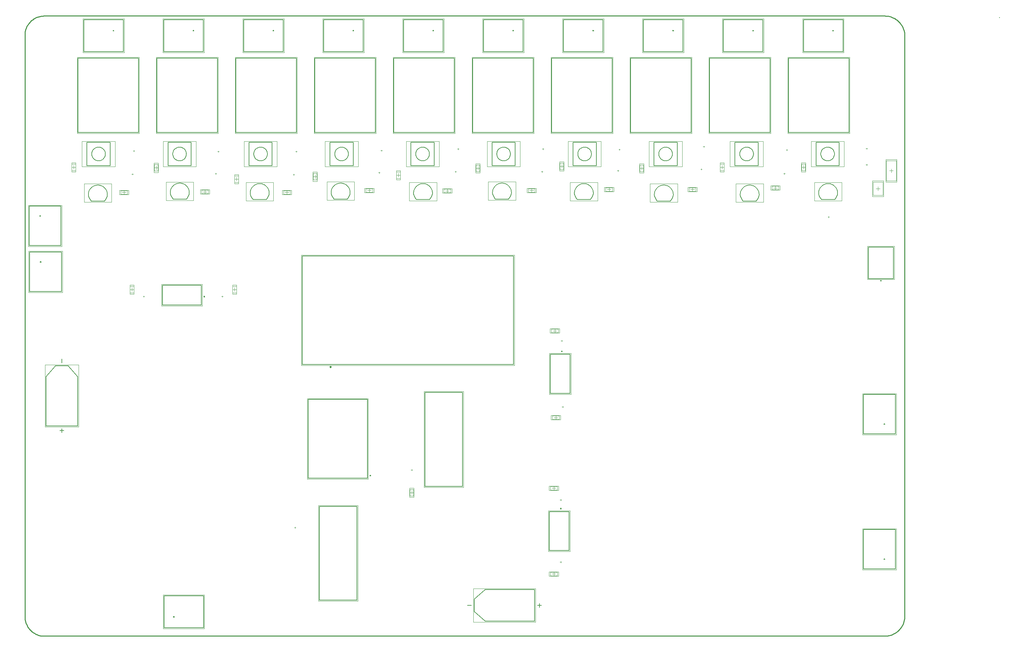
<source format=gm1>
%FSTAX23Y23*%
%MOIN*%
%SFA1B1*%

%IPPOS*%
%ADD11C,0.007874*%
%ADD12C,0.005000*%
%ADD13C,0.010000*%
%ADD16C,0.003937*%
%ADD17C,0.011024*%
%ADD18C,0.001969*%
%LNpcb1-1*%
%LPD*%
G54D11*
X03504Y01627D02*
D01*
X03504Y01628*
X03504Y01628*
X03504Y01628*
X03504Y01629*
X03504Y01629*
X03504Y01629*
X03504Y01629*
X03504Y0163*
X03503Y0163*
X03503Y0163*
X03503Y0163*
X03503Y0163*
X03503Y01631*
X03502Y01631*
X03502Y01631*
X03502Y01631*
X03502Y01631*
X03501Y01631*
X03501Y01631*
X03501Y01631*
X03501Y01631*
X035Y01631*
X035*
X035Y01631*
X035Y01631*
X03499Y01631*
X03499Y01631*
X03499Y01631*
X03498Y01631*
X03498Y01631*
X03498Y01631*
X03498Y01631*
X03498Y0163*
X03497Y0163*
X03497Y0163*
X03497Y0163*
X03497Y0163*
X03497Y01629*
X03497Y01629*
X03497Y01629*
X03496Y01629*
X03496Y01628*
X03496Y01628*
X03496Y01628*
X03496Y01627*
X03496Y01627*
X03496Y01627*
X03496Y01627*
X03496Y01626*
X03497Y01626*
X03497Y01626*
X03497Y01626*
X03497Y01625*
X03497Y01625*
X03497Y01625*
X03497Y01625*
X03498Y01625*
X03498Y01624*
X03498Y01624*
X03498Y01624*
X03498Y01624*
X03499Y01624*
X03499Y01624*
X03499Y01624*
X035Y01624*
X035Y01624*
X035Y01624*
X035*
X03501Y01624*
X03501Y01624*
X03501Y01624*
X03501Y01624*
X03502Y01624*
X03502Y01624*
X03502Y01624*
X03502Y01624*
X03503Y01624*
X03503Y01625*
X03503Y01625*
X03503Y01625*
X03503Y01625*
X03504Y01625*
X03504Y01626*
X03504Y01626*
X03504Y01626*
X03504Y01626*
X03504Y01627*
X03504Y01627*
X03504Y01627*
X03504Y01627*
X08678Y03605D02*
D01*
X08678Y03605*
X08678Y03605*
X08678Y03605*
X08678Y03606*
X08678Y03606*
X08678Y03606*
X08678Y03606*
X08678Y03607*
X08678Y03607*
X08678Y03607*
X08677Y03607*
X08677Y03607*
X08677Y03608*
X08677Y03608*
X08676Y03608*
X08676Y03608*
X08676Y03608*
X08676Y03608*
X08675Y03608*
X08675Y03608*
X08675Y03608*
X08675Y03608*
X08674*
X08674Y03608*
X08674Y03608*
X08674Y03608*
X08673Y03608*
X08673Y03608*
X08673Y03608*
X08673Y03608*
X08672Y03608*
X08672Y03608*
X08672Y03607*
X08672Y03607*
X08671Y03607*
X08671Y03607*
X08671Y03607*
X08671Y03606*
X08671Y03606*
X08671Y03606*
X08671Y03606*
X08671Y03605*
X08671Y03605*
X08671Y03605*
X08671Y03605*
X08671Y03604*
X08671Y03604*
X08671Y03604*
X08671Y03603*
X08671Y03603*
X08671Y03603*
X08671Y03603*
X08671Y03602*
X08671Y03602*
X08671Y03602*
X08672Y03602*
X08672Y03602*
X08672Y03601*
X08672Y03601*
X08673Y03601*
X08673Y03601*
X08673Y03601*
X08673Y03601*
X08674Y03601*
X08674Y03601*
X08674Y03601*
X08674Y03601*
X08675*
X08675Y03601*
X08675Y03601*
X08675Y03601*
X08676Y03601*
X08676Y03601*
X08676Y03601*
X08676Y03601*
X08677Y03601*
X08677Y03601*
X08677Y03602*
X08677Y03602*
X08678Y03602*
X08678Y03602*
X08678Y03602*
X08678Y03603*
X08678Y03603*
X08678Y03603*
X08678Y03603*
X08678Y03604*
X08678Y03604*
X08678Y03604*
X08678Y03605*
X08193Y0614D02*
D01*
X08193Y0614*
X08193Y0614*
X08193Y0614*
X08193Y06141*
X08193Y06141*
X08193Y06141*
X08193Y06141*
X08193Y06142*
X08193Y06142*
X08193Y06142*
X08192Y06142*
X08192Y06142*
X08192Y06143*
X08192Y06143*
X08191Y06143*
X08191Y06143*
X08191Y06143*
X08191Y06143*
X0819Y06143*
X0819Y06143*
X0819Y06143*
X0819Y06143*
X08189*
X08189Y06143*
X08189Y06143*
X08189Y06143*
X08188Y06143*
X08188Y06143*
X08188Y06143*
X08188Y06143*
X08187Y06143*
X08187Y06143*
X08187Y06142*
X08187Y06142*
X08186Y06142*
X08186Y06142*
X08186Y06142*
X08186Y06141*
X08186Y06141*
X08186Y06141*
X08186Y06141*
X08186Y0614*
X08186Y0614*
X08186Y0614*
X08186Y0614*
X08186Y06139*
X08186Y06139*
X08186Y06139*
X08186Y06138*
X08186Y06138*
X08186Y06138*
X08186Y06138*
X08186Y06137*
X08186Y06137*
X08186Y06137*
X08187Y06137*
X08187Y06137*
X08187Y06136*
X08187Y06136*
X08188Y06136*
X08188Y06136*
X08188Y06136*
X08188Y06136*
X08189Y06136*
X08189Y06136*
X08189Y06136*
X08189Y06136*
X0819*
X0819Y06136*
X0819Y06136*
X0819Y06136*
X08191Y06136*
X08191Y06136*
X08191Y06136*
X08191Y06136*
X08192Y06136*
X08192Y06136*
X08192Y06137*
X08192Y06137*
X08193Y06137*
X08193Y06137*
X08193Y06137*
X08193Y06138*
X08193Y06138*
X08193Y06138*
X08193Y06138*
X08193Y06139*
X08193Y06139*
X08193Y06139*
X08193Y0614*
X07383D02*
D01*
X07383Y0614*
X07383Y0614*
X07383Y0614*
X07383Y06141*
X07383Y06141*
X07383Y06141*
X07383Y06141*
X07383Y06142*
X07382Y06142*
X07382Y06142*
X07382Y06142*
X07382Y06142*
X07382Y06143*
X07381Y06143*
X07381Y06143*
X07381Y06143*
X07381Y06143*
X0738Y06143*
X0738Y06143*
X0738Y06143*
X0738Y06143*
X07379Y06143*
X07379*
X07379Y06143*
X07379Y06143*
X07378Y06143*
X07378Y06143*
X07378Y06143*
X07377Y06143*
X07377Y06143*
X07377Y06143*
X07377Y06143*
X07377Y06142*
X07376Y06142*
X07376Y06142*
X07376Y06142*
X07376Y06142*
X07376Y06141*
X07376Y06141*
X07375Y06141*
X07375Y06141*
X07375Y0614*
X07375Y0614*
X07375Y0614*
X07375Y0614*
X07375Y06139*
X07375Y06139*
X07375Y06139*
X07375Y06138*
X07375Y06138*
X07376Y06138*
X07376Y06138*
X07376Y06137*
X07376Y06137*
X07376Y06137*
X07376Y06137*
X07377Y06137*
X07377Y06136*
X07377Y06136*
X07377Y06136*
X07377Y06136*
X07378Y06136*
X07378Y06136*
X07378Y06136*
X07379Y06136*
X07379Y06136*
X07379Y06136*
X07379*
X0738Y06136*
X0738Y06136*
X0738Y06136*
X0738Y06136*
X07381Y06136*
X07381Y06136*
X07381Y06136*
X07381Y06136*
X07382Y06136*
X07382Y06137*
X07382Y06137*
X07382Y06137*
X07382Y06137*
X07383Y06137*
X07383Y06138*
X07383Y06138*
X07383Y06138*
X07383Y06138*
X07383Y06139*
X07383Y06139*
X07383Y06139*
X07383Y0614*
X06573D02*
D01*
X06573Y0614*
X06573Y0614*
X06573Y0614*
X06573Y06141*
X06573Y06141*
X06572Y06141*
X06572Y06141*
X06572Y06142*
X06572Y06142*
X06572Y06142*
X06572Y06142*
X06572Y06142*
X06571Y06143*
X06571Y06143*
X06571Y06143*
X06571Y06143*
X0657Y06143*
X0657Y06143*
X0657Y06143*
X0657Y06143*
X06569Y06143*
X06569Y06143*
X06569*
X06568Y06143*
X06568Y06143*
X06568Y06143*
X06568Y06143*
X06567Y06143*
X06567Y06143*
X06567Y06143*
X06567Y06143*
X06566Y06143*
X06566Y06142*
X06566Y06142*
X06566Y06142*
X06566Y06142*
X06566Y06142*
X06565Y06141*
X06565Y06141*
X06565Y06141*
X06565Y06141*
X06565Y0614*
X06565Y0614*
X06565Y0614*
X06565Y0614*
X06565Y06139*
X06565Y06139*
X06565Y06139*
X06565Y06138*
X06565Y06138*
X06565Y06138*
X06565Y06138*
X06566Y06137*
X06566Y06137*
X06566Y06137*
X06566Y06137*
X06566Y06137*
X06566Y06136*
X06567Y06136*
X06567Y06136*
X06567Y06136*
X06567Y06136*
X06568Y06136*
X06568Y06136*
X06568Y06136*
X06568Y06136*
X06569Y06136*
X06569*
X06569Y06136*
X0657Y06136*
X0657Y06136*
X0657Y06136*
X0657Y06136*
X06571Y06136*
X06571Y06136*
X06571Y06136*
X06571Y06136*
X06572Y06137*
X06572Y06137*
X06572Y06137*
X06572Y06137*
X06572Y06137*
X06572Y06138*
X06572Y06138*
X06573Y06138*
X06573Y06138*
X06573Y06139*
X06573Y06139*
X06573Y06139*
X06573Y0614*
X01822Y03443D02*
D01*
X01822Y03443*
X01822Y03444*
X01822Y03444*
X01822Y03444*
X01822Y03445*
X01822Y03445*
X01822Y03445*
X01822Y03445*
X01822Y03445*
X01821Y03446*
X01821Y03446*
X01821Y03446*
X01821Y03446*
X01821Y03446*
X0182Y03447*
X0182Y03447*
X0182Y03447*
X0182Y03447*
X01819Y03447*
X01819Y03447*
X01819Y03447*
X01819Y03447*
X01818*
X01818Y03447*
X01818Y03447*
X01818Y03447*
X01817Y03447*
X01817Y03447*
X01817Y03447*
X01817Y03447*
X01816Y03446*
X01816Y03446*
X01816Y03446*
X01816Y03446*
X01815Y03446*
X01815Y03445*
X01815Y03445*
X01815Y03445*
X01815Y03445*
X01815Y03445*
X01815Y03444*
X01815Y03444*
X01815Y03444*
X01815Y03443*
X01815Y03443*
X01815Y03443*
X01815Y03443*
X01815Y03442*
X01815Y03442*
X01815Y03442*
X01815Y03442*
X01815Y03441*
X01815Y03441*
X01815Y03441*
X01815Y03441*
X01816Y0344*
X01816Y0344*
X01816Y0344*
X01816Y0344*
X01817Y0344*
X01817Y0344*
X01817Y0344*
X01817Y03439*
X01818Y03439*
X01818Y03439*
X01818Y03439*
X01818Y03439*
X01819*
X01819Y03439*
X01819Y03439*
X01819Y03439*
X0182Y03439*
X0182Y0344*
X0182Y0344*
X0182Y0344*
X01821Y0344*
X01821Y0344*
X01821Y0344*
X01821Y0344*
X01821Y03441*
X01822Y03441*
X01822Y03441*
X01822Y03441*
X01822Y03442*
X01822Y03442*
X01822Y03442*
X01822Y03442*
X01822Y03443*
X01822Y03443*
X01822Y03443*
X00163Y03795D02*
D01*
X00163Y03795*
X00163Y03795*
X00163Y03795*
X00163Y03796*
X00163Y03796*
X00163Y03796*
X00163Y03796*
X00163Y03797*
X00163Y03797*
X00163Y03797*
X00162Y03797*
X00162Y03797*
X00162Y03798*
X00162Y03798*
X00161Y03798*
X00161Y03798*
X00161Y03798*
X00161Y03798*
X0016Y03798*
X0016Y03798*
X0016Y03798*
X0016Y03798*
X00159*
X00159Y03798*
X00159Y03798*
X00159Y03798*
X00158Y03798*
X00158Y03798*
X00158Y03798*
X00158Y03798*
X00157Y03798*
X00157Y03798*
X00157Y03797*
X00157Y03797*
X00156Y03797*
X00156Y03797*
X00156Y03797*
X00156Y03796*
X00156Y03796*
X00156Y03796*
X00156Y03796*
X00156Y03795*
X00156Y03795*
X00156Y03795*
X00156Y03795*
X00156Y03794*
X00156Y03794*
X00156Y03794*
X00156Y03793*
X00156Y03793*
X00156Y03793*
X00156Y03793*
X00156Y03792*
X00156Y03792*
X00156Y03792*
X00157Y03792*
X00157Y03792*
X00157Y03791*
X00157Y03791*
X00158Y03791*
X00158Y03791*
X00158Y03791*
X00158Y03791*
X00159Y03791*
X00159Y03791*
X00159Y03791*
X00159Y03791*
X0016*
X0016Y03791*
X0016Y03791*
X0016Y03791*
X00161Y03791*
X00161Y03791*
X00161Y03791*
X00161Y03791*
X00162Y03791*
X00162Y03791*
X00162Y03792*
X00162Y03792*
X00163Y03792*
X00163Y03792*
X00163Y03792*
X00163Y03793*
X00163Y03793*
X00163Y03793*
X00163Y03793*
X00163Y03794*
X00163Y03794*
X00163Y03794*
X00163Y03795*
X01513Y00195D02*
D01*
X01513Y00195*
X01513Y00195*
X01513Y00195*
X01513Y00196*
X01513Y00196*
X01513Y00196*
X01513Y00196*
X01513Y00197*
X01513Y00197*
X01513Y00197*
X01512Y00197*
X01512Y00197*
X01512Y00198*
X01512Y00198*
X01511Y00198*
X01511Y00198*
X01511Y00198*
X01511Y00198*
X0151Y00198*
X0151Y00198*
X0151Y00198*
X0151Y00198*
X01509*
X01509Y00198*
X01509Y00198*
X01509Y00198*
X01508Y00198*
X01508Y00198*
X01508Y00198*
X01508Y00198*
X01507Y00198*
X01507Y00198*
X01507Y00197*
X01507Y00197*
X01506Y00197*
X01506Y00197*
X01506Y00197*
X01506Y00196*
X01506Y00196*
X01506Y00196*
X01506Y00196*
X01506Y00195*
X01506Y00195*
X01506Y00195*
X01506Y00195*
X01506Y00194*
X01506Y00194*
X01506Y00194*
X01506Y00193*
X01506Y00193*
X01506Y00193*
X01506Y00193*
X01506Y00192*
X01506Y00192*
X01506Y00192*
X01507Y00192*
X01507Y00192*
X01507Y00191*
X01507Y00191*
X01508Y00191*
X01508Y00191*
X01508Y00191*
X01508Y00191*
X01509Y00191*
X01509Y00191*
X01509Y00191*
X01509Y00191*
X0151*
X0151Y00191*
X0151Y00191*
X0151Y00191*
X01511Y00191*
X01511Y00191*
X01511Y00191*
X01511Y00191*
X01512Y00191*
X01512Y00191*
X01512Y00192*
X01512Y00192*
X01513Y00192*
X01513Y00192*
X01513Y00192*
X01513Y00193*
X01513Y00193*
X01513Y00193*
X01513Y00193*
X01513Y00194*
X01513Y00194*
X01513Y00194*
X01513Y00195*
X00901Y0614D02*
D01*
X00901Y0614*
X00901Y0614*
X00901Y0614*
X00901Y06141*
X009Y06141*
X009Y06141*
X009Y06141*
X009Y06142*
X009Y06142*
X009Y06142*
X009Y06142*
X00899Y06142*
X00899Y06143*
X00899Y06143*
X00899Y06143*
X00898Y06143*
X00898Y06143*
X00898Y06143*
X00898Y06143*
X00897Y06143*
X00897Y06143*
X00897Y06143*
X00897*
X00896Y06143*
X00896Y06143*
X00896Y06143*
X00896Y06143*
X00895Y06143*
X00895Y06143*
X00895Y06143*
X00895Y06143*
X00894Y06143*
X00894Y06142*
X00894Y06142*
X00894Y06142*
X00894Y06142*
X00893Y06142*
X00893Y06141*
X00893Y06141*
X00893Y06141*
X00893Y06141*
X00893Y0614*
X00893Y0614*
X00893Y0614*
X00893Y0614*
X00893Y06139*
X00893Y06139*
X00893Y06139*
X00893Y06138*
X00893Y06138*
X00893Y06138*
X00893Y06138*
X00893Y06137*
X00894Y06137*
X00894Y06137*
X00894Y06137*
X00894Y06137*
X00894Y06136*
X00895Y06136*
X00895Y06136*
X00895Y06136*
X00895Y06136*
X00896Y06136*
X00896Y06136*
X00896Y06136*
X00896Y06136*
X00897Y06136*
X00897*
X00897Y06136*
X00897Y06136*
X00898Y06136*
X00898Y06136*
X00898Y06136*
X00898Y06136*
X00899Y06136*
X00899Y06136*
X00899Y06136*
X00899Y06137*
X009Y06137*
X009Y06137*
X009Y06137*
X009Y06137*
X009Y06138*
X009Y06138*
X009Y06138*
X00901Y06138*
X00901Y06139*
X00901Y06139*
X00901Y06139*
X00901Y0614*
X01711D02*
D01*
X01711Y0614*
X01711Y0614*
X01711Y0614*
X01711Y06141*
X01711Y06141*
X01711Y06141*
X01711Y06141*
X0171Y06142*
X0171Y06142*
X0171Y06142*
X0171Y06142*
X0171Y06142*
X01709Y06143*
X01709Y06143*
X01709Y06143*
X01709Y06143*
X01709Y06143*
X01708Y06143*
X01708Y06143*
X01708Y06143*
X01707Y06143*
X01707Y06143*
X01707*
X01707Y06143*
X01706Y06143*
X01706Y06143*
X01706Y06143*
X01706Y06143*
X01705Y06143*
X01705Y06143*
X01705Y06143*
X01705Y06143*
X01704Y06142*
X01704Y06142*
X01704Y06142*
X01704Y06142*
X01704Y06142*
X01704Y06141*
X01703Y06141*
X01703Y06141*
X01703Y06141*
X01703Y0614*
X01703Y0614*
X01703Y0614*
X01703Y0614*
X01703Y06139*
X01703Y06139*
X01703Y06139*
X01703Y06138*
X01703Y06138*
X01703Y06138*
X01704Y06138*
X01704Y06137*
X01704Y06137*
X01704Y06137*
X01704Y06137*
X01704Y06137*
X01705Y06136*
X01705Y06136*
X01705Y06136*
X01705Y06136*
X01706Y06136*
X01706Y06136*
X01706Y06136*
X01706Y06136*
X01707Y06136*
X01707Y06136*
X01707*
X01707Y06136*
X01708Y06136*
X01708Y06136*
X01708Y06136*
X01709Y06136*
X01709Y06136*
X01709Y06136*
X01709Y06136*
X01709Y06136*
X0171Y06137*
X0171Y06137*
X0171Y06137*
X0171Y06137*
X0171Y06137*
X01711Y06138*
X01711Y06138*
X01711Y06138*
X01711Y06138*
X01711Y06139*
X01711Y06139*
X01711Y06139*
X01711Y0614*
X02521D02*
D01*
X02521Y0614*
X02521Y0614*
X02521Y0614*
X02521Y06141*
X02521Y06141*
X02521Y06141*
X02521Y06141*
X02521Y06142*
X02521Y06142*
X0252Y06142*
X0252Y06142*
X0252Y06142*
X0252Y06143*
X0252Y06143*
X02519Y06143*
X02519Y06143*
X02519Y06143*
X02519Y06143*
X02518Y06143*
X02518Y06143*
X02518Y06143*
X02517Y06143*
X02517*
X02517Y06143*
X02517Y06143*
X02516Y06143*
X02516Y06143*
X02516Y06143*
X02516Y06143*
X02515Y06143*
X02515Y06143*
X02515Y06143*
X02515Y06142*
X02515Y06142*
X02514Y06142*
X02514Y06142*
X02514Y06142*
X02514Y06141*
X02514Y06141*
X02514Y06141*
X02514Y06141*
X02513Y0614*
X02513Y0614*
X02513Y0614*
X02513Y0614*
X02513Y06139*
X02513Y06139*
X02513Y06139*
X02514Y06138*
X02514Y06138*
X02514Y06138*
X02514Y06138*
X02514Y06137*
X02514Y06137*
X02514Y06137*
X02515Y06137*
X02515Y06137*
X02515Y06136*
X02515Y06136*
X02515Y06136*
X02516Y06136*
X02516Y06136*
X02516Y06136*
X02516Y06136*
X02517Y06136*
X02517Y06136*
X02517Y06136*
X02517*
X02518Y06136*
X02518Y06136*
X02518Y06136*
X02519Y06136*
X02519Y06136*
X02519Y06136*
X02519Y06136*
X0252Y06136*
X0252Y06136*
X0252Y06137*
X0252Y06137*
X0252Y06137*
X02521Y06137*
X02521Y06137*
X02521Y06138*
X02521Y06138*
X02521Y06138*
X02521Y06138*
X02521Y06139*
X02521Y06139*
X02521Y06139*
X02521Y0614*
X03332D02*
D01*
X03332Y0614*
X03332Y0614*
X03332Y0614*
X03331Y06141*
X03331Y06141*
X03331Y06141*
X03331Y06141*
X03331Y06142*
X03331Y06142*
X03331Y06142*
X0333Y06142*
X0333Y06142*
X0333Y06143*
X0333Y06143*
X0333Y06143*
X03329Y06143*
X03329Y06143*
X03329Y06143*
X03329Y06143*
X03328Y06143*
X03328Y06143*
X03328Y06143*
X03328*
X03327Y06143*
X03327Y06143*
X03327Y06143*
X03326Y06143*
X03326Y06143*
X03326Y06143*
X03326Y06143*
X03325Y06143*
X03325Y06143*
X03325Y06142*
X03325Y06142*
X03325Y06142*
X03324Y06142*
X03324Y06142*
X03324Y06141*
X03324Y06141*
X03324Y06141*
X03324Y06141*
X03324Y0614*
X03324Y0614*
X03324Y0614*
X03324Y0614*
X03324Y06139*
X03324Y06139*
X03324Y06139*
X03324Y06138*
X03324Y06138*
X03324Y06138*
X03324Y06138*
X03324Y06137*
X03324Y06137*
X03325Y06137*
X03325Y06137*
X03325Y06137*
X03325Y06136*
X03325Y06136*
X03326Y06136*
X03326Y06136*
X03326Y06136*
X03326Y06136*
X03327Y06136*
X03327Y06136*
X03327Y06136*
X03328Y06136*
X03328*
X03328Y06136*
X03328Y06136*
X03329Y06136*
X03329Y06136*
X03329Y06136*
X03329Y06136*
X0333Y06136*
X0333Y06136*
X0333Y06136*
X0333Y06137*
X0333Y06137*
X03331Y06137*
X03331Y06137*
X03331Y06137*
X03331Y06138*
X03331Y06138*
X03331Y06138*
X03331Y06138*
X03332Y06139*
X03332Y06139*
X03332Y06139*
X03332Y0614*
X04142D02*
D01*
X04142Y0614*
X04142Y0614*
X04142Y0614*
X04142Y06141*
X04142Y06141*
X04142Y06141*
X04141Y06141*
X04141Y06142*
X04141Y06142*
X04141Y06142*
X04141Y06142*
X04141Y06142*
X0414Y06143*
X0414Y06143*
X0414Y06143*
X0414Y06143*
X04139Y06143*
X04139Y06143*
X04139Y06143*
X04139Y06143*
X04138Y06143*
X04138Y06143*
X04138*
X04138Y06143*
X04137Y06143*
X04137Y06143*
X04137Y06143*
X04136Y06143*
X04136Y06143*
X04136Y06143*
X04136Y06143*
X04136Y06143*
X04135Y06142*
X04135Y06142*
X04135Y06142*
X04135Y06142*
X04135Y06142*
X04134Y06141*
X04134Y06141*
X04134Y06141*
X04134Y06141*
X04134Y0614*
X04134Y0614*
X04134Y0614*
X04134Y0614*
X04134Y06139*
X04134Y06139*
X04134Y06139*
X04134Y06138*
X04134Y06138*
X04134Y06138*
X04134Y06138*
X04135Y06137*
X04135Y06137*
X04135Y06137*
X04135Y06137*
X04135Y06137*
X04136Y06136*
X04136Y06136*
X04136Y06136*
X04136Y06136*
X04136Y06136*
X04137Y06136*
X04137Y06136*
X04137Y06136*
X04138Y06136*
X04138Y06136*
X04138*
X04138Y06136*
X04139Y06136*
X04139Y06136*
X04139Y06136*
X04139Y06136*
X0414Y06136*
X0414Y06136*
X0414Y06136*
X0414Y06136*
X04141Y06137*
X04141Y06137*
X04141Y06137*
X04141Y06137*
X04141Y06137*
X04141Y06138*
X04142Y06138*
X04142Y06138*
X04142Y06138*
X04142Y06139*
X04142Y06139*
X04142Y06139*
X04142Y0614*
X04952D02*
D01*
X04952Y0614*
X04952Y0614*
X04952Y0614*
X04952Y06141*
X04952Y06141*
X04952Y06141*
X04952Y06141*
X04952Y06142*
X04951Y06142*
X04951Y06142*
X04951Y06142*
X04951Y06142*
X04951Y06143*
X0495Y06143*
X0495Y06143*
X0495Y06143*
X0495Y06143*
X04949Y06143*
X04949Y06143*
X04949Y06143*
X04949Y06143*
X04948Y06143*
X04948*
X04948Y06143*
X04948Y06143*
X04947Y06143*
X04947Y06143*
X04947Y06143*
X04947Y06143*
X04946Y06143*
X04946Y06143*
X04946Y06143*
X04946Y06142*
X04945Y06142*
X04945Y06142*
X04945Y06142*
X04945Y06142*
X04945Y06141*
X04945Y06141*
X04945Y06141*
X04944Y06141*
X04944Y0614*
X04944Y0614*
X04944Y0614*
X04944Y0614*
X04944Y06139*
X04944Y06139*
X04944Y06139*
X04944Y06138*
X04945Y06138*
X04945Y06138*
X04945Y06138*
X04945Y06137*
X04945Y06137*
X04945Y06137*
X04945Y06137*
X04946Y06137*
X04946Y06136*
X04946Y06136*
X04946Y06136*
X04947Y06136*
X04947Y06136*
X04947Y06136*
X04947Y06136*
X04948Y06136*
X04948Y06136*
X04948Y06136*
X04948*
X04949Y06136*
X04949Y06136*
X04949Y06136*
X04949Y06136*
X0495Y06136*
X0495Y06136*
X0495Y06136*
X0495Y06136*
X04951Y06136*
X04951Y06137*
X04951Y06137*
X04951Y06137*
X04951Y06137*
X04952Y06137*
X04952Y06138*
X04952Y06138*
X04952Y06138*
X04952Y06138*
X04952Y06139*
X04952Y06139*
X04952Y06139*
X04952Y0614*
X05763D02*
D01*
X05763Y0614*
X05762Y0614*
X05762Y0614*
X05762Y06141*
X05762Y06141*
X05762Y06141*
X05762Y06141*
X05762Y06142*
X05762Y06142*
X05762Y06142*
X05761Y06142*
X05761Y06142*
X05761Y06143*
X05761Y06143*
X05761Y06143*
X0576Y06143*
X0576Y06143*
X0576Y06143*
X0576Y06143*
X05759Y06143*
X05759Y06143*
X05759Y06143*
X05758*
X05758Y06143*
X05758Y06143*
X05758Y06143*
X05757Y06143*
X05757Y06143*
X05757Y06143*
X05757Y06143*
X05756Y06143*
X05756Y06143*
X05756Y06142*
X05756Y06142*
X05756Y06142*
X05755Y06142*
X05755Y06142*
X05755Y06141*
X05755Y06141*
X05755Y06141*
X05755Y06141*
X05755Y0614*
X05755Y0614*
X05755Y0614*
X05755Y0614*
X05755Y06139*
X05755Y06139*
X05755Y06139*
X05755Y06138*
X05755Y06138*
X05755Y06138*
X05755Y06138*
X05755Y06137*
X05755Y06137*
X05756Y06137*
X05756Y06137*
X05756Y06137*
X05756Y06136*
X05756Y06136*
X05757Y06136*
X05757Y06136*
X05757Y06136*
X05757Y06136*
X05758Y06136*
X05758Y06136*
X05758Y06136*
X05758Y06136*
X05759*
X05759Y06136*
X05759Y06136*
X0576Y06136*
X0576Y06136*
X0576Y06136*
X0576Y06136*
X05761Y06136*
X05761Y06136*
X05761Y06136*
X05761Y06137*
X05761Y06137*
X05762Y06137*
X05762Y06137*
X05762Y06137*
X05762Y06138*
X05762Y06138*
X05762Y06138*
X05762Y06138*
X05762Y06139*
X05762Y06139*
X05763Y06139*
X05763Y0614*
X08713Y0078D02*
D01*
X08713Y0078*
X08713Y0078*
X08713Y0078*
X08713Y00781*
X08713Y00781*
X08713Y00781*
X08713Y00781*
X08713Y00782*
X08713Y00782*
X08713Y00782*
X08712Y00782*
X08712Y00782*
X08712Y00783*
X08712Y00783*
X08711Y00783*
X08711Y00783*
X08711Y00783*
X08711Y00783*
X0871Y00783*
X0871Y00783*
X0871Y00783*
X0871Y00783*
X08709*
X08709Y00783*
X08709Y00783*
X08709Y00783*
X08708Y00783*
X08708Y00783*
X08708Y00783*
X08708Y00783*
X08707Y00783*
X08707Y00783*
X08707Y00782*
X08707Y00782*
X08706Y00782*
X08706Y00782*
X08706Y00782*
X08706Y00781*
X08706Y00781*
X08706Y00781*
X08706Y00781*
X08706Y0078*
X08706Y0078*
X08706Y0078*
X08706Y0078*
X08706Y00779*
X08706Y00779*
X08706Y00779*
X08706Y00778*
X08706Y00778*
X08706Y00778*
X08706Y00778*
X08706Y00777*
X08706Y00777*
X08706Y00777*
X08707Y00777*
X08707Y00777*
X08707Y00776*
X08707Y00776*
X08708Y00776*
X08708Y00776*
X08708Y00776*
X08708Y00776*
X08709Y00776*
X08709Y00776*
X08709Y00776*
X08709Y00776*
X0871*
X0871Y00776*
X0871Y00776*
X0871Y00776*
X08711Y00776*
X08711Y00776*
X08711Y00776*
X08711Y00776*
X08712Y00776*
X08712Y00776*
X08712Y00777*
X08712Y00777*
X08713Y00777*
X08713Y00777*
X08713Y00777*
X08713Y00778*
X08713Y00778*
X08713Y00778*
X08713Y00778*
X08713Y00779*
X08713Y00779*
X08713Y00779*
X08713Y0078*
X00158Y0426D02*
D01*
X00158Y0426*
X00158Y0426*
X00158Y0426*
X00158Y04261*
X00158Y04261*
X00158Y04261*
X00158Y04261*
X00158Y04262*
X00158Y04262*
X00158Y04262*
X00157Y04262*
X00157Y04262*
X00157Y04263*
X00157Y04263*
X00156Y04263*
X00156Y04263*
X00156Y04263*
X00156Y04263*
X00155Y04263*
X00155Y04263*
X00155Y04263*
X00155Y04263*
X00154*
X00154Y04263*
X00154Y04263*
X00154Y04263*
X00153Y04263*
X00153Y04263*
X00153Y04263*
X00153Y04263*
X00152Y04263*
X00152Y04263*
X00152Y04262*
X00152Y04262*
X00151Y04262*
X00151Y04262*
X00151Y04262*
X00151Y04261*
X00151Y04261*
X00151Y04261*
X00151Y04261*
X00151Y0426*
X00151Y0426*
X00151Y0426*
X00151Y0426*
X00151Y04259*
X00151Y04259*
X00151Y04259*
X00151Y04258*
X00151Y04258*
X00151Y04258*
X00151Y04258*
X00151Y04257*
X00151Y04257*
X00151Y04257*
X00152Y04257*
X00152Y04257*
X00152Y04256*
X00152Y04256*
X00153Y04256*
X00153Y04256*
X00153Y04256*
X00153Y04256*
X00154Y04256*
X00154Y04256*
X00154Y04256*
X00154Y04256*
X00155*
X00155Y04256*
X00155Y04256*
X00155Y04256*
X00156Y04256*
X00156Y04256*
X00156Y04256*
X00156Y04256*
X00157Y04256*
X00157Y04256*
X00157Y04257*
X00157Y04257*
X00158Y04257*
X00158Y04257*
X00158Y04257*
X00158Y04258*
X00158Y04258*
X00158Y04258*
X00158Y04258*
X00158Y04259*
X00158Y04259*
X00158Y04259*
X00158Y0426*
X08713Y0215D02*
D01*
X08713Y0215*
X08713Y0215*
X08713Y0215*
X08713Y02151*
X08713Y02151*
X08713Y02151*
X08713Y02151*
X08713Y02152*
X08713Y02152*
X08713Y02152*
X08712Y02152*
X08712Y02152*
X08712Y02153*
X08712Y02153*
X08711Y02153*
X08711Y02153*
X08711Y02153*
X08711Y02153*
X0871Y02153*
X0871Y02153*
X0871Y02153*
X0871Y02153*
X08709*
X08709Y02153*
X08709Y02153*
X08709Y02153*
X08708Y02153*
X08708Y02153*
X08708Y02153*
X08708Y02153*
X08707Y02153*
X08707Y02153*
X08707Y02152*
X08707Y02152*
X08706Y02152*
X08706Y02152*
X08706Y02152*
X08706Y02151*
X08706Y02151*
X08706Y02151*
X08706Y02151*
X08706Y0215*
X08706Y0215*
X08706Y0215*
X08706Y0215*
X08706Y02149*
X08706Y02149*
X08706Y02149*
X08706Y02148*
X08706Y02148*
X08706Y02148*
X08706Y02148*
X08706Y02147*
X08706Y02147*
X08706Y02147*
X08707Y02147*
X08707Y02147*
X08707Y02146*
X08707Y02146*
X08708Y02146*
X08708Y02146*
X08708Y02146*
X08708Y02146*
X08709Y02146*
X08709Y02146*
X08709Y02146*
X08709Y02146*
X0871*
X0871Y02146*
X0871Y02146*
X0871Y02146*
X08711Y02146*
X08711Y02146*
X08711Y02146*
X08711Y02146*
X08712Y02146*
X08712Y02146*
X08712Y02147*
X08712Y02147*
X08713Y02147*
X08713Y02147*
X08713Y02147*
X08713Y02148*
X08713Y02148*
X08713Y02148*
X08713Y02148*
X08713Y02149*
X08713Y02149*
X08713Y02149*
X08713Y0215*
X05435Y01292D02*
D01*
X05435Y01292*
X05435Y01293*
X05435Y01293*
X05435Y01293*
X05435Y01294*
X05434Y01294*
X05434Y01294*
X05434Y01294*
X05434Y01295*
X05434Y01295*
X05434Y01295*
X05433Y01295*
X05433Y01295*
X05433Y01295*
X05433Y01296*
X05433Y01296*
X05432Y01296*
X05432Y01296*
X05432Y01296*
X05432Y01296*
X05431Y01296*
X05431Y01296*
X05431*
X0543Y01296*
X0543Y01296*
X0543Y01296*
X0543Y01296*
X05429Y01296*
X05429Y01296*
X05429Y01296*
X05429Y01295*
X05428Y01295*
X05428Y01295*
X05428Y01295*
X05428Y01295*
X05428Y01295*
X05427Y01294*
X05427Y01294*
X05427Y01294*
X05427Y01294*
X05427Y01293*
X05427Y01293*
X05427Y01293*
X05427Y01292*
X05427Y01292*
X05427Y01292*
X05427Y01292*
X05427Y01291*
X05427Y01291*
X05427Y01291*
X05427Y01291*
X05427Y0129*
X05427Y0129*
X05428Y0129*
X05428Y0129*
X05428Y01289*
X05428Y01289*
X05428Y01289*
X05429Y01289*
X05429Y01289*
X05429Y01289*
X05429Y01289*
X0543Y01288*
X0543Y01288*
X0543Y01288*
X0543Y01288*
X05431Y01288*
X05431*
X05431Y01288*
X05432Y01288*
X05432Y01288*
X05432Y01288*
X05432Y01289*
X05433Y01289*
X05433Y01289*
X05433Y01289*
X05433Y01289*
X05433Y01289*
X05434Y01289*
X05434Y0129*
X05434Y0129*
X05434Y0129*
X05434Y0129*
X05434Y01291*
X05435Y01291*
X05435Y01291*
X05435Y01291*
X05435Y01292*
X05435Y01292*
X05435Y01292*
X05445Y02887D02*
D01*
X05445Y02887*
X05445Y02888*
X05445Y02888*
X05445Y02888*
X05445Y02889*
X05444Y02889*
X05444Y02889*
X05444Y02889*
X05444Y0289*
X05444Y0289*
X05444Y0289*
X05443Y0289*
X05443Y0289*
X05443Y0289*
X05443Y02891*
X05443Y02891*
X05442Y02891*
X05442Y02891*
X05442Y02891*
X05442Y02891*
X05441Y02891*
X05441Y02891*
X05441*
X0544Y02891*
X0544Y02891*
X0544Y02891*
X0544Y02891*
X05439Y02891*
X05439Y02891*
X05439Y02891*
X05439Y0289*
X05438Y0289*
X05438Y0289*
X05438Y0289*
X05438Y0289*
X05438Y0289*
X05437Y02889*
X05437Y02889*
X05437Y02889*
X05437Y02889*
X05437Y02888*
X05437Y02888*
X05437Y02888*
X05437Y02887*
X05437Y02887*
X05437Y02887*
X05437Y02887*
X05437Y02886*
X05437Y02886*
X05437Y02886*
X05437Y02886*
X05437Y02885*
X05437Y02885*
X05438Y02885*
X05438Y02885*
X05438Y02884*
X05438Y02884*
X05438Y02884*
X05439Y02884*
X05439Y02884*
X05439Y02884*
X05439Y02884*
X0544Y02883*
X0544Y02883*
X0544Y02883*
X0544Y02883*
X05441Y02883*
X05441*
X05441Y02883*
X05442Y02883*
X05442Y02883*
X05442Y02883*
X05442Y02884*
X05443Y02884*
X05443Y02884*
X05443Y02884*
X05443Y02884*
X05443Y02884*
X05444Y02884*
X05444Y02885*
X05444Y02885*
X05444Y02885*
X05444Y02885*
X05444Y02886*
X05445Y02886*
X05445Y02886*
X05445Y02886*
X05445Y02887*
X05445Y02887*
X05445Y02887*
G54D12*
X03278Y0489D02*
D01*
X03278Y04894*
X03278Y04899*
X03277Y04904*
X03276Y04909*
X03274Y04913*
X03272Y04918*
X0327Y04922*
X03268Y04926*
X03265Y0493*
X03262Y04934*
X03259Y04937*
X03255Y04941*
X03252Y04944*
X03248Y04947*
X03244Y04949*
X03239Y04952*
X03235Y04954*
X03231Y04955*
X03226Y04957*
X03221Y04958*
X03216Y04958*
X03212Y04959*
X03207*
X03202Y04958*
X03197Y04958*
X03192Y04957*
X03188Y04955*
X03183Y04954*
X03179Y04952*
X03175Y04949*
X03171Y04947*
X03167Y04944*
X03163Y04941*
X03159Y04937*
X03156Y04934*
X03153Y0493*
X03151Y04926*
X03148Y04922*
X03146Y04918*
X03144Y04913*
X03143Y04909*
X03142Y04904*
X03141Y04899*
X0314Y04894*
X0314Y0489*
X0314Y04885*
X03141Y0488*
X03142Y04875*
X03143Y0487*
X03144Y04866*
X03146Y04861*
X03148Y04857*
X03151Y04853*
X03153Y04849*
X03156Y04845*
X03159Y04842*
X03163Y04838*
X03167Y04835*
X03171Y04832*
X03175Y0483*
X03179Y04827*
X03183Y04825*
X03188Y04824*
X03192Y04822*
X03197Y04821*
X03202Y04821*
X03207Y0482*
X03212*
X03216Y04821*
X03221Y04821*
X03226Y04822*
X03231Y04824*
X03235Y04825*
X03239Y04827*
X03244Y0483*
X03248Y04832*
X03252Y04835*
X03255Y04838*
X03259Y04842*
X03262Y04845*
X03265Y04849*
X03268Y04853*
X0327Y04857*
X03272Y04861*
X03274Y04866*
X03276Y0487*
X03277Y04875*
X03278Y0488*
X03278Y04885*
X03278Y0489*
X07383D02*
D01*
X07383Y04894*
X07382Y04899*
X07381Y04904*
X0738Y04909*
X07379Y04913*
X07377Y04918*
X07375Y04922*
X07372Y04926*
X0737Y0493*
X07367Y04934*
X07363Y04937*
X0736Y04941*
X07356Y04944*
X07352Y04947*
X07348Y04949*
X07344Y04952*
X0734Y04954*
X07335Y04955*
X0733Y04957*
X07326Y04958*
X07321Y04958*
X07316Y04959*
X07311*
X07306Y04958*
X07302Y04958*
X07297Y04957*
X07292Y04955*
X07288Y04954*
X07283Y04952*
X07279Y04949*
X07275Y04947*
X07271Y04944*
X07267Y04941*
X07264Y04937*
X07261Y04934*
X07258Y0493*
X07255Y04926*
X07253Y04922*
X0725Y04918*
X07249Y04913*
X07247Y04909*
X07246Y04904*
X07245Y04899*
X07245Y04894*
X07245Y0489*
X07245Y04885*
X07245Y0488*
X07246Y04875*
X07247Y0487*
X07249Y04866*
X0725Y04861*
X07253Y04857*
X07255Y04853*
X07258Y04849*
X07261Y04845*
X07264Y04842*
X07267Y04838*
X07271Y04835*
X07275Y04832*
X07279Y0483*
X07283Y04827*
X07288Y04825*
X07292Y04824*
X07297Y04822*
X07302Y04821*
X07306Y04821*
X07311Y0482*
X07316*
X07321Y04821*
X07326Y04821*
X0733Y04822*
X07335Y04824*
X0734Y04825*
X07344Y04827*
X07348Y0483*
X07352Y04832*
X07356Y04835*
X0736Y04838*
X07363Y04842*
X07367Y04845*
X0737Y04849*
X07372Y04853*
X07375Y04857*
X07377Y04861*
X07379Y04866*
X0738Y0487*
X07381Y04875*
X07382Y0488*
X07383Y04885*
X07383Y0489*
X06562D02*
D01*
X06562Y04894*
X06561Y04899*
X0656Y04904*
X06559Y04909*
X06558Y04913*
X06556Y04918*
X06554Y04922*
X06551Y04926*
X06549Y0493*
X06546Y04934*
X06542Y04937*
X06539Y04941*
X06535Y04944*
X06531Y04947*
X06527Y04949*
X06523Y04952*
X06519Y04954*
X06514Y04955*
X06509Y04957*
X06505Y04958*
X065Y04958*
X06495Y04959*
X0649*
X06486Y04958*
X06481Y04958*
X06476Y04957*
X06471Y04955*
X06467Y04954*
X06462Y04952*
X06458Y04949*
X06454Y04947*
X0645Y04944*
X06446Y04941*
X06443Y04937*
X0644Y04934*
X06437Y0493*
X06434Y04926*
X06432Y04922*
X0643Y04918*
X06428Y04913*
X06426Y04909*
X06425Y04904*
X06424Y04899*
X06424Y04894*
X06424Y0489*
X06424Y04885*
X06424Y0488*
X06425Y04875*
X06426Y0487*
X06428Y04866*
X0643Y04861*
X06432Y04857*
X06434Y04853*
X06437Y04849*
X0644Y04845*
X06443Y04842*
X06446Y04838*
X0645Y04835*
X06454Y04832*
X06458Y0483*
X06462Y04827*
X06467Y04825*
X06471Y04824*
X06476Y04822*
X06481Y04821*
X06486Y04821*
X0649Y0482*
X06495*
X065Y04821*
X06505Y04821*
X06509Y04822*
X06514Y04824*
X06519Y04825*
X06523Y04827*
X06527Y0483*
X06531Y04832*
X06535Y04835*
X06539Y04838*
X06542Y04842*
X06546Y04845*
X06549Y04849*
X06551Y04853*
X06554Y04857*
X06556Y04861*
X06558Y04866*
X06559Y0487*
X0656Y04875*
X06561Y0488*
X06562Y04885*
X06562Y0489*
X05741D02*
D01*
X05741Y04894*
X0574Y04899*
X05739Y04904*
X05738Y04909*
X05737Y04913*
X05735Y04918*
X05733Y04922*
X0573Y04926*
X05728Y0493*
X05725Y04934*
X05722Y04937*
X05718Y04941*
X05714Y04944*
X0571Y04947*
X05706Y04949*
X05702Y04952*
X05698Y04954*
X05693Y04955*
X05689Y04957*
X05684Y04958*
X05679Y04958*
X05674Y04959*
X05669*
X05665Y04958*
X0566Y04958*
X05655Y04957*
X0565Y04955*
X05646Y04954*
X05642Y04952*
X05637Y04949*
X05633Y04947*
X05629Y04944*
X05626Y04941*
X05622Y04937*
X05619Y04934*
X05616Y0493*
X05613Y04926*
X05611Y04922*
X05609Y04918*
X05607Y04913*
X05605Y04909*
X05604Y04904*
X05603Y04899*
X05603Y04894*
X05603Y0489*
X05603Y04885*
X05603Y0488*
X05604Y04875*
X05605Y0487*
X05607Y04866*
X05609Y04861*
X05611Y04857*
X05613Y04853*
X05616Y04849*
X05619Y04845*
X05622Y04842*
X05626Y04838*
X05629Y04835*
X05633Y04832*
X05637Y0483*
X05642Y04827*
X05646Y04825*
X0565Y04824*
X05655Y04822*
X0566Y04821*
X05665Y04821*
X05669Y0482*
X05674*
X05679Y04821*
X05684Y04821*
X05689Y04822*
X05693Y04824*
X05698Y04825*
X05702Y04827*
X05706Y0483*
X0571Y04832*
X05714Y04835*
X05718Y04838*
X05722Y04842*
X05725Y04845*
X05728Y04849*
X0573Y04853*
X05733Y04857*
X05735Y04861*
X05737Y04866*
X05738Y0487*
X05739Y04875*
X0574Y0488*
X05741Y04885*
X05741Y0489*
X0492D02*
D01*
X0492Y04894*
X04919Y04899*
X04919Y04904*
X04917Y04909*
X04916Y04913*
X04914Y04918*
X04912Y04922*
X0491Y04926*
X04907Y0493*
X04904Y04934*
X04901Y04937*
X04897Y04941*
X04894Y04944*
X0489Y04947*
X04886Y04949*
X04881Y04952*
X04877Y04954*
X04872Y04955*
X04868Y04957*
X04863Y04958*
X04858Y04958*
X04853Y04959*
X04849*
X04844Y04958*
X04839Y04958*
X04834Y04957*
X0483Y04955*
X04825Y04954*
X04821Y04952*
X04816Y04949*
X04812Y04947*
X04808Y04944*
X04805Y04941*
X04801Y04937*
X04798Y04934*
X04795Y0493*
X04792Y04926*
X0479Y04922*
X04788Y04918*
X04786Y04913*
X04785Y04909*
X04783Y04904*
X04783Y04899*
X04782Y04894*
X04782Y0489*
X04782Y04885*
X04783Y0488*
X04783Y04875*
X04785Y0487*
X04786Y04866*
X04788Y04861*
X0479Y04857*
X04792Y04853*
X04795Y04849*
X04798Y04845*
X04801Y04842*
X04805Y04838*
X04808Y04835*
X04812Y04832*
X04816Y0483*
X04821Y04827*
X04825Y04825*
X0483Y04824*
X04834Y04822*
X04839Y04821*
X04844Y04821*
X04849Y0482*
X04853*
X04858Y04821*
X04863Y04821*
X04868Y04822*
X04872Y04824*
X04877Y04825*
X04881Y04827*
X04886Y0483*
X0489Y04832*
X04894Y04835*
X04897Y04838*
X04901Y04842*
X04904Y04845*
X04907Y04849*
X0491Y04853*
X04912Y04857*
X04914Y04861*
X04916Y04866*
X04917Y0487*
X04919Y04875*
X04919Y0488*
X0492Y04885*
X0492Y0489*
X04099D02*
D01*
X04099Y04894*
X04099Y04899*
X04098Y04904*
X04097Y04909*
X04095Y04913*
X04093Y04918*
X04091Y04922*
X04089Y04926*
X04086Y0493*
X04083Y04934*
X0408Y04937*
X04076Y04941*
X04073Y04944*
X04069Y04947*
X04065Y04949*
X0406Y04952*
X04056Y04954*
X04051Y04955*
X04047Y04957*
X04042Y04958*
X04037Y04958*
X04032Y04959*
X04028*
X04023Y04958*
X04018Y04958*
X04013Y04957*
X04009Y04955*
X04004Y04954*
X04Y04952*
X03996Y04949*
X03991Y04947*
X03988Y04944*
X03984Y04941*
X0398Y04937*
X03977Y04934*
X03974Y0493*
X03971Y04926*
X03969Y04922*
X03967Y04918*
X03965Y04913*
X03964Y04909*
X03962Y04904*
X03962Y04899*
X03961Y04894*
X03961Y0489*
X03961Y04885*
X03962Y0488*
X03962Y04875*
X03964Y0487*
X03965Y04866*
X03967Y04861*
X03969Y04857*
X03971Y04853*
X03974Y04849*
X03977Y04845*
X0398Y04842*
X03984Y04838*
X03988Y04835*
X03991Y04832*
X03996Y0483*
X04Y04827*
X04004Y04825*
X04009Y04824*
X04013Y04822*
X04018Y04821*
X04023Y04821*
X04028Y0482*
X04032*
X04037Y04821*
X04042Y04821*
X04047Y04822*
X04051Y04824*
X04056Y04825*
X0406Y04827*
X04065Y0483*
X04069Y04832*
X04073Y04835*
X04076Y04838*
X0408Y04842*
X04083Y04845*
X04086Y04849*
X04089Y04853*
X04091Y04857*
X04093Y04861*
X04095Y04866*
X04097Y0487*
X04098Y04875*
X04099Y0488*
X04099Y04885*
X04099Y0489*
X02457D02*
D01*
X02457Y04894*
X02457Y04899*
X02456Y04904*
X02455Y04909*
X02453Y04913*
X02451Y04918*
X02449Y04922*
X02447Y04926*
X02444Y0493*
X02441Y04934*
X02438Y04937*
X02435Y04941*
X02431Y04944*
X02427Y04947*
X02423Y04949*
X02419Y04952*
X02414Y04954*
X0241Y04955*
X02405Y04957*
X024Y04958*
X02396Y04958*
X02391Y04959*
X02386*
X02381Y04958*
X02376Y04958*
X02372Y04957*
X02367Y04955*
X02362Y04954*
X02358Y04952*
X02354Y04949*
X0235Y04947*
X02346Y04944*
X02342Y04941*
X02339Y04937*
X02335Y04934*
X02332Y0493*
X0233Y04926*
X02327Y04922*
X02325Y04918*
X02323Y04913*
X02322Y04909*
X02321Y04904*
X0232Y04899*
X02319Y04894*
X02319Y0489*
X02319Y04885*
X0232Y0488*
X02321Y04875*
X02322Y0487*
X02323Y04866*
X02325Y04861*
X02327Y04857*
X0233Y04853*
X02332Y04849*
X02335Y04845*
X02339Y04842*
X02342Y04838*
X02346Y04835*
X0235Y04832*
X02354Y0483*
X02358Y04827*
X02362Y04825*
X02367Y04824*
X02372Y04822*
X02376Y04821*
X02381Y04821*
X02386Y0482*
X02391*
X02396Y04821*
X024Y04821*
X02405Y04822*
X0241Y04824*
X02414Y04825*
X02419Y04827*
X02423Y0483*
X02427Y04832*
X02431Y04835*
X02435Y04838*
X02438Y04842*
X02441Y04845*
X02444Y04849*
X02447Y04853*
X02449Y04857*
X02451Y04861*
X02453Y04866*
X02455Y0487*
X02456Y04875*
X02457Y0488*
X02457Y04885*
X02457Y0489*
X01637D02*
D01*
X01636Y04894*
X01636Y04899*
X01635Y04904*
X01634Y04909*
X01632Y04913*
X01631Y04918*
X01628Y04922*
X01626Y04926*
X01623Y0493*
X0162Y04934*
X01617Y04937*
X01614Y04941*
X0161Y04944*
X01606Y04947*
X01602Y04949*
X01598Y04952*
X01593Y04954*
X01589Y04955*
X01584Y04957*
X01579Y04958*
X01575Y04958*
X0157Y04959*
X01565*
X0156Y04958*
X01555Y04958*
X01551Y04957*
X01546Y04955*
X01542Y04954*
X01537Y04952*
X01533Y04949*
X01529Y04947*
X01525Y04944*
X01521Y04941*
X01518Y04937*
X01515Y04934*
X01512Y0493*
X01509Y04926*
X01506Y04922*
X01504Y04918*
X01503Y04913*
X01501Y04909*
X015Y04904*
X01499Y04899*
X01499Y04894*
X01498Y0489*
X01499Y04885*
X01499Y0488*
X015Y04875*
X01501Y0487*
X01503Y04866*
X01504Y04861*
X01506Y04857*
X01509Y04853*
X01512Y04849*
X01515Y04845*
X01518Y04842*
X01521Y04838*
X01525Y04835*
X01529Y04832*
X01533Y0483*
X01537Y04827*
X01542Y04825*
X01546Y04824*
X01551Y04822*
X01555Y04821*
X0156Y04821*
X01565Y0482*
X0157*
X01575Y04821*
X01579Y04821*
X01584Y04822*
X01589Y04824*
X01593Y04825*
X01598Y04827*
X01602Y0483*
X01606Y04832*
X0161Y04835*
X01614Y04838*
X01617Y04842*
X0162Y04845*
X01623Y04849*
X01626Y04853*
X01628Y04857*
X01631Y04861*
X01632Y04866*
X01634Y0487*
X01635Y04875*
X01636Y0488*
X01636Y04885*
X01637Y0489*
X00816D02*
D01*
X00815Y04894*
X00815Y04899*
X00814Y04904*
X00813Y04909*
X00811Y04913*
X0081Y04918*
X00808Y04922*
X00805Y04926*
X00802Y0493*
X00799Y04934*
X00796Y04937*
X00793Y04941*
X00789Y04944*
X00785Y04947*
X00781Y04949*
X00777Y04952*
X00772Y04954*
X00768Y04955*
X00763Y04957*
X00759Y04958*
X00754Y04958*
X00749Y04959*
X00744*
X00739Y04958*
X00735Y04958*
X0073Y04957*
X00725Y04955*
X00721Y04954*
X00716Y04952*
X00712Y04949*
X00708Y04947*
X00704Y04944*
X007Y04941*
X00697Y04937*
X00694Y04934*
X00691Y0493*
X00688Y04926*
X00686Y04922*
X00683Y04918*
X00682Y04913*
X0068Y04909*
X00679Y04904*
X00678Y04899*
X00678Y04894*
X00677Y0489*
X00678Y04885*
X00678Y0488*
X00679Y04875*
X0068Y0487*
X00682Y04866*
X00683Y04861*
X00686Y04857*
X00688Y04853*
X00691Y04849*
X00694Y04845*
X00697Y04842*
X007Y04838*
X00704Y04835*
X00708Y04832*
X00712Y0483*
X00716Y04827*
X00721Y04825*
X00725Y04824*
X0073Y04822*
X00735Y04821*
X00739Y04821*
X00744Y0482*
X00749*
X00754Y04821*
X00759Y04821*
X00763Y04822*
X00768Y04824*
X00772Y04825*
X00777Y04827*
X00781Y0483*
X00785Y04832*
X00789Y04835*
X00793Y04838*
X00796Y04842*
X00799Y04845*
X00802Y04849*
X00805Y04853*
X00808Y04857*
X0081Y04861*
X00811Y04866*
X00813Y0487*
X00814Y04875*
X00815Y0488*
X00815Y04885*
X00816Y0489*
X04739Y04485D02*
D01*
X04743Y04474*
X04747Y04464*
X04753Y04454*
X04758Y04444*
X04765Y04435*
X04767Y04433*
X04902D02*
D01*
X04909Y04442*
X04915Y04451*
X0492Y04461*
X04925Y04472*
X04929Y04482*
X0493Y04485*
X04929Y04484D02*
D01*
X0493Y04491*
X0493Y04498*
X0493Y04504*
X04929Y04511*
X04928Y04518*
X04927Y04524*
X04925Y0453*
X04922Y04537*
X04919Y04543*
X04916Y04548*
X04912Y04554*
X04908Y04559*
X04903Y04564*
X04899Y04569*
X04894Y04573*
X04888Y04577*
X04882Y04581*
X04877Y04584*
X0487Y04586*
X04864Y04589*
X04858Y04591*
X04851Y04592*
X04845Y04593*
X04838Y04593*
X04831*
X04824Y04593*
X04818Y04592*
X04811Y04591*
X04805Y04589*
X04799Y04586*
X04792Y04584*
X04787Y04581*
X04781Y04577*
X04775Y04573*
X0477Y04569*
X04766Y04564*
X04761Y04559*
X04757Y04554*
X04753Y04548*
X0475Y04543*
X04747Y04537*
X04744Y0453*
X04742Y04524*
X04741Y04518*
X0474Y04511*
X04739Y04504*
X04739Y04498*
X04739Y04491*
X0474Y04484*
X00644Y04465D02*
D01*
X00648Y04454*
X00652Y04444*
X00658Y04434*
X00663Y04424*
X0067Y04415*
X00672Y04413*
X00807D02*
D01*
X00814Y04422*
X0082Y04431*
X00825Y04441*
X0083Y04452*
X00834Y04462*
X00835Y04465*
X00834Y04464D02*
D01*
X00835Y04471*
X00835Y04478*
X00835Y04484*
X00834Y04491*
X00833Y04498*
X00832Y04504*
X0083Y0451*
X00827Y04517*
X00824Y04523*
X00821Y04528*
X00817Y04534*
X00813Y04539*
X00808Y04544*
X00804Y04549*
X00799Y04553*
X00793Y04557*
X00787Y04561*
X00782Y04564*
X00775Y04566*
X00769Y04569*
X00763Y04571*
X00756Y04572*
X0075Y04573*
X00743Y04573*
X00736*
X00729Y04573*
X00723Y04572*
X00716Y04571*
X0071Y04569*
X00704Y04566*
X00697Y04564*
X00692Y04561*
X00686Y04557*
X0068Y04553*
X00675Y04549*
X00671Y04544*
X00666Y04539*
X00662Y04534*
X00658Y04528*
X00655Y04523*
X00652Y04517*
X00649Y0451*
X00647Y04504*
X00646Y04498*
X00645Y04491*
X00644Y04484*
X00644Y04478*
X00644Y04471*
X00645Y04464*
X01474Y04484D02*
D01*
X01478Y04474*
X01482Y04463*
X01488Y04453*
X01493Y04444*
X015Y04435*
X01502Y04432*
X01637D02*
D01*
X01644Y04441*
X0165Y04451*
X01655Y04461*
X0166Y04471*
X01664Y04482*
X01665Y04484*
X01664Y04484D02*
D01*
X01665Y04491*
X01665Y04497*
X01665Y04504*
X01664Y04511*
X01663Y04517*
X01662Y04524*
X0166Y0453*
X01657Y04536*
X01654Y04542*
X01651Y04548*
X01647Y04554*
X01643Y04559*
X01638Y04564*
X01634Y04568*
X01629Y04573*
X01623Y04577*
X01617Y0458*
X01612Y04583*
X01605Y04586*
X01599Y04588*
X01593Y0459*
X01586Y04592*
X0158Y04593*
X01573Y04593*
X01566*
X01559Y04593*
X01553Y04592*
X01546Y0459*
X0154Y04588*
X01534Y04586*
X01527Y04583*
X01522Y0458*
X01516Y04577*
X0151Y04573*
X01505Y04568*
X01501Y04564*
X01496Y04559*
X01492Y04554*
X01488Y04548*
X01485Y04542*
X01482Y04536*
X01479Y0453*
X01477Y04524*
X01476Y04517*
X01475Y04511*
X01474Y04504*
X01474Y04497*
X01474Y04491*
X01475Y04484*
X02284Y0448D02*
D01*
X02288Y04469*
X02292Y04459*
X02298Y04449*
X02303Y04439*
X0231Y0443*
X02312Y04428*
X02447D02*
D01*
X02454Y04437*
X0246Y04446*
X02465Y04456*
X0247Y04467*
X02474Y04477*
X02475Y0448*
X02474Y04479D02*
D01*
X02475Y04486*
X02475Y04493*
X02475Y04499*
X02474Y04506*
X02473Y04513*
X02472Y04519*
X0247Y04525*
X02467Y04532*
X02464Y04538*
X02461Y04543*
X02457Y04549*
X02453Y04554*
X02448Y04559*
X02444Y04564*
X02439Y04568*
X02433Y04572*
X02427Y04576*
X02422Y04579*
X02415Y04581*
X02409Y04584*
X02403Y04586*
X02396Y04587*
X0239Y04588*
X02383Y04588*
X02376*
X02369Y04588*
X02363Y04587*
X02356Y04586*
X0235Y04584*
X02344Y04581*
X02337Y04579*
X02332Y04576*
X02326Y04572*
X0232Y04568*
X02315Y04564*
X02311Y04559*
X02306Y04554*
X02302Y04549*
X02298Y04543*
X02295Y04538*
X02292Y04532*
X02289Y04525*
X02287Y04519*
X02286Y04513*
X02285Y04506*
X02284Y04499*
X02284Y04493*
X02284Y04486*
X02285Y04479*
X03104Y04485D02*
D01*
X03108Y04474*
X03112Y04464*
X03118Y04454*
X03123Y04444*
X0313Y04435*
X03132Y04433*
X03267D02*
D01*
X03274Y04442*
X0328Y04451*
X03285Y04461*
X0329Y04472*
X03294Y04482*
X03295Y04485*
X03294Y04484D02*
D01*
X03295Y04491*
X03295Y04498*
X03295Y04504*
X03294Y04511*
X03293Y04518*
X03292Y04524*
X0329Y0453*
X03287Y04537*
X03284Y04543*
X03281Y04548*
X03277Y04554*
X03273Y04559*
X03268Y04564*
X03264Y04569*
X03259Y04573*
X03253Y04577*
X03247Y04581*
X03242Y04584*
X03235Y04586*
X03229Y04589*
X03223Y04591*
X03216Y04592*
X0321Y04593*
X03203Y04593*
X03196*
X03189Y04593*
X03183Y04592*
X03176Y04591*
X0317Y04589*
X03164Y04586*
X03157Y04584*
X03152Y04581*
X03146Y04577*
X0314Y04573*
X03135Y04569*
X03131Y04564*
X03126Y04559*
X03122Y04554*
X03118Y04548*
X03115Y04543*
X03112Y04537*
X03109Y0453*
X03107Y04524*
X03106Y04518*
X03105Y04511*
X03104Y04504*
X03104Y04498*
X03104Y04491*
X03105Y04484*
X05569Y0448D02*
D01*
X05573Y04469*
X05577Y04459*
X05583Y04449*
X05588Y04439*
X05595Y0443*
X05597Y04428*
X05732D02*
D01*
X05739Y04437*
X05745Y04446*
X0575Y04456*
X05755Y04467*
X05759Y04477*
X0576Y0448*
X05759Y04479D02*
D01*
X0576Y04486*
X0576Y04493*
X0576Y04499*
X05759Y04506*
X05758Y04513*
X05757Y04519*
X05755Y04525*
X05752Y04532*
X05749Y04538*
X05746Y04543*
X05742Y04549*
X05738Y04554*
X05733Y04559*
X05729Y04564*
X05724Y04568*
X05718Y04572*
X05712Y04576*
X05707Y04579*
X057Y04581*
X05694Y04584*
X05688Y04586*
X05681Y04587*
X05675Y04588*
X05668Y04588*
X05661*
X05654Y04588*
X05648Y04587*
X05641Y04586*
X05635Y04584*
X05629Y04581*
X05622Y04579*
X05617Y04576*
X05611Y04572*
X05605Y04568*
X056Y04564*
X05596Y04559*
X05591Y04554*
X05587Y04549*
X05583Y04543*
X0558Y04538*
X05577Y04532*
X05574Y04525*
X05572Y04519*
X05571Y04513*
X0557Y04506*
X05569Y04499*
X05569Y04493*
X05569Y04486*
X0557Y04479*
X08044Y0448D02*
D01*
X08048Y04469*
X08052Y04459*
X08058Y04449*
X08063Y04439*
X0807Y0443*
X08072Y04428*
X08207D02*
D01*
X08214Y04437*
X0822Y04446*
X08225Y04456*
X0823Y04467*
X08234Y04477*
X08235Y0448*
X08234Y04479D02*
D01*
X08235Y04486*
X08235Y04493*
X08235Y04499*
X08234Y04506*
X08233Y04513*
X08232Y04519*
X0823Y04525*
X08227Y04532*
X08224Y04538*
X08221Y04543*
X08217Y04549*
X08213Y04554*
X08208Y04559*
X08204Y04564*
X08199Y04568*
X08193Y04572*
X08187Y04576*
X08182Y04579*
X08175Y04581*
X08169Y04584*
X08163Y04586*
X08156Y04587*
X0815Y04588*
X08143Y04588*
X08136*
X08129Y04588*
X08123Y04587*
X08116Y04586*
X0811Y04584*
X08104Y04581*
X08097Y04579*
X08092Y04576*
X08086Y04572*
X0808Y04568*
X08075Y04564*
X08071Y04559*
X08066Y04554*
X08062Y04549*
X08058Y04543*
X08055Y04538*
X08052Y04532*
X08049Y04525*
X08047Y04519*
X08046Y04513*
X08045Y04506*
X08044Y04499*
X08044Y04493*
X08044Y04486*
X08045Y04479*
X03939Y0448D02*
D01*
X03943Y04469*
X03947Y04459*
X03953Y04449*
X03958Y04439*
X03965Y0443*
X03967Y04428*
X04102D02*
D01*
X04109Y04437*
X04115Y04446*
X0412Y04456*
X04125Y04467*
X04129Y04477*
X0413Y0448*
X04129Y04479D02*
D01*
X0413Y04486*
X0413Y04493*
X0413Y04499*
X04129Y04506*
X04128Y04513*
X04127Y04519*
X04125Y04525*
X04122Y04532*
X04119Y04538*
X04116Y04543*
X04112Y04549*
X04108Y04554*
X04103Y04559*
X04099Y04564*
X04094Y04568*
X04088Y04572*
X04082Y04576*
X04077Y04579*
X0407Y04581*
X04064Y04584*
X04058Y04586*
X04051Y04587*
X04045Y04588*
X04038Y04588*
X04031*
X04024Y04588*
X04018Y04587*
X04011Y04586*
X04005Y04584*
X03999Y04581*
X03992Y04579*
X03987Y04576*
X03981Y04572*
X03975Y04568*
X0397Y04564*
X03966Y04559*
X03961Y04554*
X03957Y04549*
X03953Y04543*
X0395Y04538*
X03947Y04532*
X03944Y04525*
X03942Y04519*
X03941Y04513*
X0394Y04506*
X03939Y04499*
X03939Y04493*
X03939Y04486*
X0394Y04479*
X06379Y04465D02*
D01*
X06383Y04454*
X06387Y04444*
X06393Y04434*
X06398Y04424*
X06405Y04415*
X06407Y04413*
X06542D02*
D01*
X06549Y04422*
X06555Y04431*
X0656Y04441*
X06565Y04452*
X06569Y04462*
X0657Y04465*
X06569Y04464D02*
D01*
X0657Y04471*
X0657Y04478*
X0657Y04484*
X06569Y04491*
X06568Y04498*
X06567Y04504*
X06565Y0451*
X06562Y04517*
X06559Y04523*
X06556Y04528*
X06552Y04534*
X06548Y04539*
X06543Y04544*
X06539Y04549*
X06534Y04553*
X06528Y04557*
X06522Y04561*
X06517Y04564*
X0651Y04566*
X06504Y04569*
X06498Y04571*
X06491Y04572*
X06485Y04573*
X06478Y04573*
X06471*
X06464Y04573*
X06458Y04572*
X06451Y04571*
X06445Y04569*
X06439Y04566*
X06432Y04564*
X06427Y04561*
X06421Y04557*
X06415Y04553*
X0641Y04549*
X06406Y04544*
X06401Y04539*
X06397Y04534*
X06393Y04528*
X0639Y04523*
X06387Y04517*
X06384Y0451*
X06382Y04504*
X06381Y04498*
X0638Y04491*
X06379Y04484*
X06379Y04478*
X06379Y04471*
X0638Y04464*
X07249Y04465D02*
D01*
X07253Y04454*
X07257Y04444*
X07263Y04434*
X07268Y04424*
X07275Y04415*
X07277Y04413*
X07412D02*
D01*
X07419Y04422*
X07425Y04431*
X0743Y04441*
X07435Y04452*
X07439Y04462*
X0744Y04465*
X07439Y04464D02*
D01*
X0744Y04471*
X0744Y04478*
X0744Y04484*
X07439Y04491*
X07438Y04498*
X07437Y04504*
X07435Y0451*
X07432Y04517*
X07429Y04523*
X07426Y04528*
X07422Y04534*
X07418Y04539*
X07413Y04544*
X07409Y04549*
X07404Y04553*
X07398Y04557*
X07392Y04561*
X07387Y04564*
X0738Y04566*
X07374Y04569*
X07368Y04571*
X07361Y04572*
X07355Y04573*
X07348Y04573*
X07341*
X07334Y04573*
X07328Y04572*
X07321Y04571*
X07315Y04569*
X07309Y04566*
X07302Y04564*
X07297Y04561*
X07291Y04557*
X07285Y04553*
X0728Y04549*
X07276Y04544*
X07271Y04539*
X07267Y04534*
X07263Y04528*
X0726Y04523*
X07257Y04517*
X07254Y0451*
X07252Y04504*
X07251Y04498*
X0725Y04491*
X07249Y04484*
X07249Y04478*
X07249Y04471*
X0725Y04464*
X08204Y0489D02*
D01*
X08203Y04894*
X08203Y04899*
X08202Y04904*
X08201Y04909*
X08199Y04913*
X08198Y04918*
X08196Y04922*
X08193Y04926*
X0819Y0493*
X08187Y04934*
X08184Y04937*
X08181Y04941*
X08177Y04944*
X08173Y04947*
X08169Y04949*
X08165Y04952*
X0816Y04954*
X08156Y04955*
X08151Y04957*
X08146Y04958*
X08142Y04958*
X08137Y04959*
X08132*
X08127Y04958*
X08123Y04958*
X08118Y04957*
X08113Y04955*
X08109Y04954*
X08104Y04952*
X081Y04949*
X08096Y04947*
X08092Y04944*
X08088Y04941*
X08085Y04937*
X08082Y04934*
X08079Y0493*
X08076Y04926*
X08073Y04922*
X08071Y04918*
X0807Y04913*
X08068Y04909*
X08067Y04904*
X08066Y04899*
X08066Y04894*
X08065Y0489*
X08066Y04885*
X08066Y0488*
X08067Y04875*
X08068Y0487*
X0807Y04866*
X08071Y04861*
X08073Y04857*
X08076Y04853*
X08079Y04849*
X08082Y04845*
X08085Y04842*
X08088Y04838*
X08092Y04835*
X08096Y04832*
X081Y0483*
X08104Y04827*
X08109Y04825*
X08113Y04824*
X08118Y04822*
X08123Y04821*
X08127Y04821*
X08132Y0482*
X08137*
X08142Y04821*
X08146Y04821*
X08151Y04822*
X08156Y04824*
X0816Y04825*
X08165Y04827*
X08169Y0483*
X08173Y04832*
X08177Y04835*
X08181Y04838*
X08184Y04842*
X08187Y04845*
X0819Y04849*
X08193Y04853*
X08196Y04857*
X08198Y04861*
X08199Y04866*
X08201Y0487*
X08202Y04875*
X08203Y0488*
X08203Y04885*
X08204Y0489*
X0835Y05109D02*
Y0586D01*
X07739D02*
X0835D01*
X07739Y05109D02*
Y0586D01*
Y05109D02*
X0835D01*
X03091Y05007D02*
X03327D01*
Y04772D02*
Y05007D01*
X03091Y04772D02*
X03327D01*
X03091D02*
Y05007D01*
X0515Y05109D02*
Y0586D01*
X04539D02*
X0515D01*
X04539Y05109D02*
Y0586D01*
Y05109D02*
X0515D01*
X0435D02*
Y0586D01*
X03739D02*
X0435D01*
X03739Y05109D02*
Y0586D01*
Y05109D02*
X0435D01*
X01339D02*
X0195D01*
X01339D02*
Y0586D01*
X0195*
Y05109D02*
Y0586D01*
X0287Y016D02*
X0347D01*
X0287D02*
Y024D01*
X0347*
Y016D02*
Y024D01*
X08547Y03625D02*
Y03944D01*
X08802*
Y03625D02*
Y03944D01*
X08547Y03625D02*
X08802D01*
X0789Y05928D02*
X0829D01*
X0789D02*
Y06251D01*
X0829*
Y05928D02*
Y06251D01*
X07079Y05928D02*
X07479D01*
X07079D02*
Y06251D01*
X07479*
Y05928D02*
Y06251D01*
X06669Y05928D02*
Y06251D01*
X06269D02*
X06669D01*
X06269Y05928D02*
Y06251D01*
Y05928D02*
X06669D01*
X01787Y03359D02*
Y03559D01*
X01393D02*
X01787D01*
X01393Y03359D02*
Y03559D01*
Y03359D02*
X01787D01*
X04054Y01519D02*
X04435D01*
X04054D02*
Y0247D01*
X04435*
Y01519D02*
Y0247D01*
X00371Y03495D02*
Y03895D01*
X00048Y03495D02*
X00371D01*
X00048D02*
Y03895D01*
X00371*
X0141Y00083D02*
Y00406D01*
Y00083D02*
X0181D01*
Y00406*
X0141D02*
X0181D01*
X00354Y02083D02*
X00393D01*
X00374Y02063D02*
Y02103D01*
Y02772D02*
Y02811D01*
X00214Y02632D02*
X00311Y02742D01*
X00437D02*
X00533Y02632D01*
X00214Y02132D02*
X00533D01*
Y02632*
X00311Y02742D02*
X00437D01*
X00214Y02132D02*
Y02632D01*
X00597Y05928D02*
X00997D01*
X00597D02*
Y06251D01*
X00997*
Y05928D02*
Y06251D01*
X01407Y05928D02*
X01807D01*
X01407D02*
Y06251D01*
X01807*
Y05928D02*
Y06251D01*
X02217Y05928D02*
X02617D01*
X02217D02*
Y06251D01*
X02617*
Y05928D02*
Y06251D01*
X03428Y05928D02*
Y06251D01*
X03028D02*
X03428D01*
X03028Y05928D02*
Y06251D01*
Y05928D02*
X03428D01*
X03838D02*
X04238D01*
X03838D02*
Y06251D01*
X04238*
Y05928D02*
Y06251D01*
X04648Y05928D02*
X05048D01*
X04648D02*
Y06251D01*
X05048*
Y05928D02*
Y06251D01*
X05459Y05928D02*
X05859D01*
X05459D02*
Y06251D01*
X05859*
Y05928D02*
Y06251D01*
X07196Y04772D02*
Y05007D01*
Y04772D02*
X07432D01*
Y05007*
X07196D02*
X07432D01*
X06939Y05109D02*
X0755D01*
X06939D02*
Y0586D01*
X0755*
Y05109D02*
Y0586D01*
X06375Y04772D02*
Y05007D01*
Y04772D02*
X06611D01*
Y05007*
X06375D02*
X06611D01*
X05554Y04772D02*
Y05007D01*
Y04772D02*
X0579D01*
Y05007*
X05554D02*
X0579D01*
X04733D02*
X04969D01*
Y04772D02*
Y05007D01*
X04733Y04772D02*
X04969D01*
X04733D02*
Y05007D01*
X03912D02*
X04148D01*
Y04772D02*
Y05007D01*
X03912Y04772D02*
X04148D01*
X03912D02*
Y05007D01*
X0227Y04772D02*
Y05007D01*
Y04772D02*
X02506D01*
Y05007*
X0227D02*
X02506D01*
X0145D02*
X01685D01*
Y04772D02*
Y05007D01*
X0145Y04772D02*
X01685D01*
X0145D02*
Y05007D01*
X00629Y04772D02*
Y05007D01*
Y04772D02*
X00864D01*
Y05007*
X00629D02*
X00864D01*
X04767Y04432D02*
X04902D01*
X00672Y04412D02*
X00807D01*
X01502Y04432D02*
X01637D01*
X02312Y04427D02*
X02447D01*
X03132Y04432D02*
X03267D01*
X05597Y04427D02*
X05732D01*
X08072D02*
X08207D01*
X03967D02*
X04102D01*
X06407Y04412D02*
X06542D01*
X07277D02*
X07412D01*
X08017Y05007D02*
X08252D01*
Y04772D02*
Y05007D01*
X08017Y04772D02*
X08252D01*
X08017D02*
Y05007D01*
X04665Y00151D02*
X05165D01*
X04554Y00247D02*
Y00373D01*
X04665Y0047D02*
X05165D01*
Y00151D02*
Y0047D01*
X04554Y00373D02*
X04665Y0047D01*
X04554Y00247D02*
X04665Y00151D01*
X04485Y0031D02*
X04525D01*
X05194D02*
X05234D01*
X05214Y00291D02*
Y0033D01*
X05339Y05109D02*
X0595D01*
X05339D02*
Y0586D01*
X0595*
Y05109D02*
Y0586D01*
X06139Y05109D02*
X0675D01*
X06139D02*
Y0586D01*
X0675*
Y05109D02*
Y0586D01*
X0115Y05109D02*
Y0586D01*
X00539D02*
X0115D01*
X00539Y05109D02*
Y0586D01*
Y05109D02*
X0115D01*
X02139D02*
X0275D01*
X02139D02*
Y0586D01*
X0275*
Y05109D02*
Y0586D01*
X02939Y05109D02*
X0355D01*
X02939D02*
Y0586D01*
X0355*
Y05109D02*
Y0586D01*
X03365Y00364D02*
Y01315D01*
X02984D02*
X03365D01*
X02984Y00364D02*
Y01315D01*
Y00364D02*
X03365D01*
X08498Y0068D02*
Y0108D01*
X08821*
Y0068D02*
Y0108D01*
X08498Y0068D02*
X08821D01*
X00366Y0396D02*
Y0436D01*
X00043Y0396D02*
X00366D01*
X00043D02*
Y0436D01*
X00366*
X08498Y0205D02*
Y0245D01*
X08821*
Y0205D02*
Y0245D01*
X08498Y0205D02*
X08821D01*
X02811Y02755D02*
Y03854D01*
X04952*
Y02755D02*
Y03854D01*
X02811Y02755D02*
X04952D01*
X05515Y00867D02*
Y01261D01*
X05315Y00867D02*
X05515D01*
X05315D02*
Y01261D01*
X05515*
X05525Y02462D02*
Y02856D01*
X05325Y02462D02*
X05525D01*
X05325D02*
Y02856D01*
X05525*
G54D13*
X00195Y0629D02*
D01*
X00181Y06289*
X00167Y06288*
X00154Y06285*
X00141Y06282*
X00128Y06278*
X00115Y06273*
X00103Y06267*
X00091Y0626*
X0008Y06252*
X00069Y06244*
X00059Y06235*
X0005Y06225*
X00041Y06215*
X00033Y06204*
X00026Y06192*
X00019Y0618*
X00014Y06168*
X00009Y06155*
X00005Y06142*
X00002Y06128*
X00001Y06115*
X0Y06101*
X0Y06095*
X08915Y0609D02*
D01*
X08914Y06103*
X08913Y06117*
X0891Y06131*
X08907Y06145*
X08902Y06158*
X08897Y06171*
X08891Y06183*
X08884Y06195*
X08876Y06207*
X08868Y06218*
X08858Y06228*
X08848Y06238*
X08838Y06247*
X08826Y06255*
X08815Y06263*
X08802Y06269*
X08789Y06275*
X08776Y0628*
X08763Y06284*
X08749Y06286*
X08735Y06288*
X08721Y06289*
X08715Y0629*
Y0D02*
D01*
X08728Y0*
X08742Y00001*
X08756Y00004*
X0877Y00007*
X08783Y00012*
X08796Y00017*
X08808Y00023*
X0882Y0003*
X08832Y00038*
X08843Y00046*
X08853Y00056*
X08863Y00066*
X08872Y00076*
X0888Y00088*
X08888Y001*
X08894Y00112*
X089Y00125*
X08905Y00138*
X08909Y00151*
X08911Y00165*
X08913Y00179*
X08914Y00193*
X08915Y002*
X0Y00196D02*
D01*
X0Y00183*
X00001Y00169*
X00004Y00155*
X00007Y00142*
X00011Y00129*
X00017Y00116*
X00023Y00104*
X00029Y00092*
X00037Y00081*
X00046Y0007*
X00055Y0006*
X00065Y0005*
X00075Y00041*
X00086Y00033*
X00098Y00026*
X0011Y00019*
X00123Y00014*
X00136Y00009*
X00149Y00005*
X00162Y00002*
X00176Y00001*
X00189Y0*
X00196Y0*
X08915Y0609D02*
Y002D01*
X00195Y0629D02*
X08715D01*
X00196Y0D02*
X08715D01*
X0Y00196D02*
Y061D01*
X09874Y06274D02*
D01*
Y06275D01*
G54D16*
X0543Y00742D02*
Y00757D01*
X05422Y0075D02*
X05438D01*
X0545Y02317D02*
Y02332D01*
X05442Y02325D02*
X05458D01*
X05422Y0138D02*
X05438D01*
X0543Y01372D02*
Y01387D01*
X0392Y01677D02*
Y01692D01*
X03912Y01685D02*
X03927D01*
X0544Y02987D02*
Y03002D01*
X05432Y02995D02*
X05448D01*
X01205Y03436D02*
Y03452D01*
X01197Y03444D02*
X01212D01*
X02Y03436D02*
Y03452D01*
X01992Y03444D02*
X02007D01*
X06872Y04965D02*
X06887D01*
X0688Y04957D02*
Y04972D01*
X06017Y04935D02*
X06032D01*
X06025Y04927D02*
Y04942D01*
X07688Y0469D02*
X07703D01*
X07696Y04682D02*
Y04697D01*
X0273Y011D02*
X02746D01*
X02738Y01092D02*
Y01107D01*
X08522Y0478D02*
X08537D01*
X0853Y04772D02*
Y04787D01*
X08522Y04945D02*
X08537D01*
X0853Y04937D02*
Y04952D01*
X0109Y04677D02*
Y04692D01*
X01082Y04685D02*
X01097D01*
X02725Y04672D02*
Y04687D01*
X02717Y0468D02*
X02732D01*
X0601Y04712D02*
Y04727D01*
X06002Y0472D02*
X06017D01*
X01935Y04682D02*
Y04697D01*
X01927Y0469D02*
X01942D01*
X06855Y04727D02*
Y04742D01*
X06847Y04735D02*
X06862D01*
X0359Y04692D02*
Y04707D01*
X03582Y047D02*
X03597D01*
X04365Y04702D02*
Y04717D01*
X04357Y0471D02*
X04372D01*
X0524Y04702D02*
Y04717D01*
X05232Y0471D02*
X05247D01*
X01105Y04912D02*
Y04927D01*
X01097Y0492D02*
X01112D01*
X08145Y04242D02*
Y04257D01*
X08137Y0425D02*
X08152D01*
X0196Y04907D02*
Y04922D01*
X01952Y04915D02*
X01967D01*
X0275Y04907D02*
Y04922D01*
X02742Y04915D02*
X02757D01*
X03613Y04917D02*
Y04932D01*
X03605Y04925D02*
X03621D01*
X0439Y04932D02*
Y04947D01*
X04382Y0494D02*
X04397D01*
X0525Y04932D02*
Y04947D01*
X05242Y0494D02*
X05257D01*
X07721Y04922D02*
Y04937D01*
X07713Y0493D02*
X07729D01*
X0543Y00742D02*
Y00757D01*
X05422Y0075D02*
X05438D01*
X0545Y02317D02*
Y02332D01*
X05442Y02325D02*
X05458D01*
X05422Y0138D02*
X05438D01*
X0543Y01372D02*
Y01387D01*
X0392Y01677D02*
Y01692D01*
X03912Y01685D02*
X03927D01*
X0544Y02987D02*
Y03002D01*
X05432Y02995D02*
X05448D01*
X01205Y03436D02*
Y03452D01*
X01197Y03444D02*
X01212D01*
X02Y03436D02*
Y03452D01*
X01992Y03444D02*
X02007D01*
X06872Y04965D02*
X06887D01*
X0688Y04957D02*
Y04972D01*
X06017Y04935D02*
X06032D01*
X06025Y04927D02*
Y04942D01*
X07688Y0469D02*
X07703D01*
X07696Y04682D02*
Y04697D01*
X0273Y011D02*
X02746D01*
X02738Y01092D02*
Y01107D01*
X08522Y0478D02*
X08537D01*
X0853Y04772D02*
Y04787D01*
X08522Y04945D02*
X08537D01*
X0853Y04937D02*
Y04952D01*
X0109Y04677D02*
Y04692D01*
X01082Y04685D02*
X01097D01*
X02725Y04672D02*
Y04687D01*
X02717Y0468D02*
X02732D01*
X0601Y04712D02*
Y04727D01*
X06002Y0472D02*
X06017D01*
X01935Y04682D02*
Y04697D01*
X01927Y0469D02*
X01942D01*
X06855Y04727D02*
Y04742D01*
X06847Y04735D02*
X06862D01*
X0359Y04692D02*
Y04707D01*
X03582Y047D02*
X03597D01*
X04365Y04702D02*
Y04717D01*
X04357Y0471D02*
X04372D01*
X0524Y04702D02*
Y04717D01*
X05232Y0471D02*
X05247D01*
X01105Y04912D02*
Y04927D01*
X01097Y0492D02*
X01112D01*
X08145Y04242D02*
Y04257D01*
X08137Y0425D02*
X08152D01*
X0196Y04907D02*
Y04922D01*
X01952Y04915D02*
X01967D01*
X0275Y04907D02*
Y04922D01*
X02742Y04915D02*
X02757D01*
X03613Y04917D02*
Y04932D01*
X03605Y04925D02*
X03621D01*
X0439Y04932D02*
Y04947D01*
X04382Y0494D02*
X04397D01*
X0525Y04932D02*
Y04947D01*
X05242Y0494D02*
X05257D01*
X07721Y04922D02*
Y04937D01*
X07713Y0493D02*
X07729D01*
X08727Y04821D02*
X08832D01*
X08727Y04618D02*
X08832D01*
Y04821*
X08727Y04618D02*
Y04821D01*
X02106Y03481D02*
Y03548D01*
X02143Y03481D02*
Y03548D01*
X02106Y03481D02*
X02143D01*
X02106Y03548D02*
X02143D01*
X03938Y01422D02*
Y01488D01*
X03901Y01422D02*
Y01488D01*
X03938*
X03901Y01422D02*
X03938D01*
X05326Y01481D02*
X05393D01*
X05326Y01518D02*
X05393D01*
Y01481D02*
Y01518D01*
X05326Y01481D02*
Y01518D01*
Y00611D02*
X05393D01*
X05326Y00648D02*
X05393D01*
Y00611D02*
Y00648D01*
X05326Y00611D02*
Y00648D01*
X05346Y02196D02*
X05413D01*
X05346Y02233D02*
X05413D01*
Y02196D02*
Y02233D01*
X05346Y02196D02*
Y02233D01*
X05336Y03076D02*
X05403D01*
X05336Y03113D02*
X05403D01*
Y03076D02*
Y03113D01*
X05336Y03076D02*
Y03113D01*
X02921Y04626D02*
Y04693D01*
X02958Y04626D02*
Y04693D01*
X02921Y04626D02*
X02958D01*
X02921Y04693D02*
X02958D01*
X00476Y04721D02*
Y04788D01*
X00513Y04721D02*
Y04788D01*
X00476Y04721D02*
X00513D01*
X00476Y04788D02*
X00513D01*
X02126Y04601D02*
Y04668D01*
X02163Y04601D02*
Y04668D01*
X02126Y04601D02*
X02163D01*
X02126Y04668D02*
X02163D01*
X01311Y04716D02*
Y04783D01*
X01348Y04716D02*
Y04783D01*
X01311Y04716D02*
X01348D01*
X01311Y04783D02*
X01348D01*
X00971Y04518D02*
X01037D01*
X00971Y04481D02*
X01037D01*
X00971D02*
Y04518D01*
X01037Y04481D02*
Y04518D01*
X02621D02*
X02688D01*
X02621Y04481D02*
X02688D01*
X02621D02*
Y04518D01*
X02688Y04481D02*
Y04518D01*
X08696Y04472D02*
Y04604D01*
X08593Y04472D02*
Y04604D01*
X08696*
X08593Y04472D02*
X08696D01*
X05101Y04538D02*
X05168D01*
X05101Y04501D02*
X05168D01*
X05101D02*
Y04538D01*
X05168Y04501D02*
Y04538D01*
X01791Y04523D02*
X01857D01*
X01791Y04486D02*
X01857D01*
X01791D02*
Y04523D01*
X01857Y04486D02*
Y04523D01*
X05886Y04548D02*
X05953D01*
X05886Y04511D02*
X05953D01*
X05886D02*
Y04548D01*
X05953Y04511D02*
Y04548D01*
X04246Y04533D02*
X04313D01*
X04246Y04496D02*
X04313D01*
X04246D02*
Y04533D01*
X04313Y04496D02*
Y04533D01*
X03456Y04538D02*
X03523D01*
X03456Y04501D02*
X03523D01*
X03456D02*
Y04538D01*
X03523Y04501D02*
Y04538D01*
X07571Y04563D02*
X07638D01*
X07571Y04526D02*
X07638D01*
X07571D02*
Y04563D01*
X07638Y04526D02*
Y04563D01*
X05421Y04731D02*
Y04798D01*
X05458Y04731D02*
Y04798D01*
X05421Y04731D02*
X05458D01*
X05421Y04798D02*
X05458D01*
X04571Y04711D02*
Y04778D01*
X04608Y04711D02*
Y04778D01*
X04571Y04711D02*
X04608D01*
X04571Y04778D02*
X04608D01*
X03766Y04642D02*
Y04708D01*
X03803Y04642D02*
Y04708D01*
X03766Y04642D02*
X03803D01*
X03766Y04708D02*
X03803D01*
X01066Y03481D02*
Y03548D01*
X01103Y03481D02*
Y03548D01*
X01066Y03481D02*
X01103D01*
X01066Y03548D02*
X01103D01*
X06231Y04711D02*
Y04778D01*
X06268Y04711D02*
Y04778D01*
X06231Y04711D02*
X06268D01*
X06231Y04778D02*
X06268D01*
X07871Y04721D02*
Y04788D01*
X07908Y04721D02*
Y04788D01*
X07871Y04721D02*
X07908D01*
X07871Y04788D02*
X07908D01*
X06798Y04511D02*
Y04548D01*
X06731Y04511D02*
Y04548D01*
Y04511D02*
X06798D01*
X06731Y04548D02*
X06798D01*
X07046Y04788D02*
X07083D01*
X07046Y04721D02*
X07083D01*
Y04788*
X07046Y04721D02*
Y04788D01*
X08724Y04834D02*
X08835D01*
X08724Y04605D02*
X08835D01*
Y04834*
X08724Y04605D02*
Y04834D01*
X0878Y047D02*
Y04739D01*
X0876Y0472D02*
X08799D01*
X02106Y03515D02*
X02143D01*
X02125Y03496D02*
Y03533D01*
X02103Y03467D02*
Y03562D01*
X02146Y03467D02*
Y03562D01*
X02103Y03467D02*
X02146D01*
X02103Y03562D02*
X02146D01*
X03901Y01455D02*
X03938D01*
X0392Y01436D02*
Y01474D01*
X03941Y01408D02*
Y01502D01*
X03898Y01408D02*
Y01502D01*
X03941*
X03898Y01408D02*
X03941D01*
X0536Y01481D02*
Y01518D01*
X05341Y015D02*
X05378D01*
X05312Y01478D02*
X05407D01*
X05312Y01521D02*
X05407D01*
Y01478D02*
Y01521D01*
X05312Y01478D02*
Y01521D01*
X0536Y00611D02*
Y00648D01*
X05341Y0063D02*
X05378D01*
X05312Y00608D02*
X05407D01*
X05312Y00651D02*
X05407D01*
Y00608D02*
Y00651D01*
X05312Y00608D02*
Y00651D01*
X0538Y02196D02*
Y02233D01*
X05361Y02215D02*
X05398D01*
X05332Y02193D02*
X05427D01*
X05332Y02236D02*
X05427D01*
Y02193D02*
Y02236D01*
X05332Y02193D02*
Y02236D01*
X0537Y03076D02*
Y03113D01*
X05351Y03095D02*
X05388D01*
X05322Y03073D02*
X05417D01*
X05322Y03116D02*
X05417D01*
Y03073D02*
Y03116D01*
X05322Y03073D02*
Y03116D01*
X02921Y0466D02*
X02958D01*
X0294Y04641D02*
Y04678D01*
X02918Y04612D02*
Y04707D01*
X02961Y04612D02*
Y04707D01*
X02918Y04612D02*
X02961D01*
X02918Y04707D02*
X02961D01*
X00476Y04755D02*
X00513D01*
X00495Y04736D02*
Y04773D01*
X00473Y04707D02*
Y04802D01*
X00516Y04707D02*
Y04802D01*
X00473Y04707D02*
X00516D01*
X00473Y04802D02*
X00516D01*
X02126Y04635D02*
X02163D01*
X02145Y04616D02*
Y04653D01*
X02123Y04587D02*
Y04682D01*
X02166Y04587D02*
Y04682D01*
X02123Y04587D02*
X02166D01*
X02123Y04682D02*
X02166D01*
X01311Y0475D02*
X01348D01*
X0133Y04731D02*
Y04768D01*
X01308Y04702D02*
Y04797D01*
X01351Y04702D02*
Y04797D01*
X01308Y04702D02*
X01351D01*
X01308Y04797D02*
X01351D01*
X01004Y04481D02*
Y04518D01*
X00985Y045D02*
X01023D01*
X00957Y04521D02*
X01051D01*
X00957Y04478D02*
X01051D01*
X00957D02*
Y04521D01*
X01051Y04478D02*
Y04521D01*
X02655Y04481D02*
Y04518D01*
X02636Y045D02*
X02673D01*
X02607Y04521D02*
X02702D01*
X02607Y04478D02*
X02702D01*
X02607D02*
Y04521D01*
X02702Y04478D02*
Y04521D01*
X08625Y04538D02*
X08664D01*
X08645Y04518D02*
Y04557D01*
X087Y04459D02*
Y04616D01*
X08589Y04459D02*
Y04616D01*
X087*
X08589Y04459D02*
X087D01*
X05135Y04501D02*
Y04538D01*
X05116Y0452D02*
X05153D01*
X05087Y04541D02*
X05182D01*
X05087Y04498D02*
X05182D01*
X05087D02*
Y04541D01*
X05182Y04498D02*
Y04541D01*
X01824Y04486D02*
Y04523D01*
X01805Y04505D02*
X01843D01*
X01777Y04526D02*
X01871D01*
X01777Y04483D02*
X01871D01*
X01777D02*
Y04526D01*
X01871Y04483D02*
Y04526D01*
X0592Y04511D02*
Y04548D01*
X05901Y0453D02*
X05938D01*
X05872Y04551D02*
X05967D01*
X05872Y04508D02*
X05967D01*
X05872D02*
Y04551D01*
X05967Y04508D02*
Y04551D01*
X0428Y04496D02*
Y04533D01*
X04261Y04515D02*
X04298D01*
X04232Y04536D02*
X04327D01*
X04232Y04493D02*
X04327D01*
X04232D02*
Y04536D01*
X04327Y04493D02*
Y04536D01*
X0349Y04501D02*
Y04538D01*
X03471Y0452D02*
X03508D01*
X03442Y04541D02*
X03537D01*
X03442Y04498D02*
X03537D01*
X03442D02*
Y04541D01*
X03537Y04498D02*
Y04541D01*
X07605Y04526D02*
Y04563D01*
X07586Y04545D02*
X07623D01*
X07557Y04566D02*
X07652D01*
X07557Y04523D02*
X07652D01*
X07557D02*
Y04566D01*
X07652Y04523D02*
Y04566D01*
X05421Y04765D02*
X05458D01*
X0544Y04746D02*
Y04783D01*
X05418Y04717D02*
Y04812D01*
X05461Y04717D02*
Y04812D01*
X05418Y04717D02*
X05461D01*
X05418Y04812D02*
X05461D01*
X04571Y04745D02*
X04608D01*
X0459Y04726D02*
Y04763D01*
X04568Y04697D02*
Y04792D01*
X04611Y04697D02*
Y04792D01*
X04568Y04697D02*
X04611D01*
X04568Y04792D02*
X04611D01*
X03766Y04675D02*
X03803D01*
X03785Y04656D02*
Y04694D01*
X03763Y04628D02*
Y04722D01*
X03806Y04628D02*
Y04722D01*
X03763Y04628D02*
X03806D01*
X03763Y04722D02*
X03806D01*
X01066Y03515D02*
X01103D01*
X01085Y03496D02*
Y03533D01*
X01063Y03467D02*
Y03562D01*
X01106Y03467D02*
Y03562D01*
X01063Y03467D02*
X01106D01*
X01063Y03562D02*
X01106D01*
X06231Y04745D02*
X06268D01*
X0625Y04726D02*
Y04763D01*
X06228Y04697D02*
Y04792D01*
X06271Y04697D02*
Y04792D01*
X06228Y04697D02*
X06271D01*
X06228Y04792D02*
X06271D01*
X07871Y04755D02*
X07908D01*
X0789Y04736D02*
Y04773D01*
X07868Y04707D02*
Y04802D01*
X07911Y04707D02*
Y04802D01*
X07868Y04707D02*
X07911D01*
X07868Y04802D02*
X07911D01*
X06812Y04508D02*
Y04551D01*
X06717Y04508D02*
Y04551D01*
Y04508D02*
X06812D01*
X06717Y04551D02*
X06812D01*
X06746Y0453D02*
X06783D01*
X06765Y04511D02*
Y04548D01*
X07043Y04802D02*
X07086D01*
X07043Y04707D02*
X07086D01*
Y04802*
X07043Y04707D02*
Y04802D01*
X07065Y04736D02*
Y04773D01*
X07046Y04755D02*
X07083D01*
G54D17*
X03102Y0273D02*
D01*
X03102Y0273*
X03101Y0273*
X03101Y02731*
X03101Y02731*
X03101Y02732*
X03101Y02732*
X03101Y02732*
X03101Y02733*
X031Y02733*
X031Y02733*
X031Y02734*
X031Y02734*
X03099Y02734*
X03099Y02734*
X03099Y02734*
X03098Y02735*
X03098Y02735*
X03098Y02735*
X03097Y02735*
X03097Y02735*
X03097Y02735*
X03096Y02735*
X03096*
X03095Y02735*
X03095Y02735*
X03095Y02735*
X03094Y02735*
X03094Y02735*
X03094Y02735*
X03093Y02734*
X03093Y02734*
X03093Y02734*
X03092Y02734*
X03092Y02734*
X03092Y02733*
X03092Y02733*
X03091Y02733*
X03091Y02732*
X03091Y02732*
X03091Y02732*
X03091Y02731*
X03091Y02731*
X03091Y0273*
X03091Y0273*
X03091Y0273*
X03091Y02729*
X03091Y02729*
X03091Y02729*
X03091Y02728*
X03091Y02728*
X03091Y02727*
X03091Y02727*
X03091Y02727*
X03092Y02726*
X03092Y02726*
X03092Y02726*
X03092Y02726*
X03093Y02725*
X03093Y02725*
X03093Y02725*
X03094Y02725*
X03094Y02725*
X03094Y02724*
X03095Y02724*
X03095Y02724*
X03095Y02724*
X03096Y02724*
X03096*
X03097Y02724*
X03097Y02724*
X03097Y02724*
X03098Y02724*
X03098Y02725*
X03098Y02725*
X03099Y02725*
X03099Y02725*
X03099Y02725*
X031Y02726*
X031Y02726*
X031Y02726*
X031Y02726*
X03101Y02727*
X03101Y02727*
X03101Y02727*
X03101Y02728*
X03101Y02728*
X03101Y02729*
X03101Y02729*
X03102Y02729*
X03102Y0273*
G54D18*
X08359Y05099D02*
Y0587D01*
X0773D02*
X08359D01*
X0773Y05099D02*
Y0587D01*
Y05099D02*
X08359D01*
X03042Y05017D02*
X03377D01*
Y04762D02*
Y05017D01*
X03042Y04762D02*
X03377D01*
X03042D02*
Y05017D01*
X05159Y05099D02*
Y0587D01*
X0453D02*
X05159D01*
X0453Y05099D02*
Y0587D01*
Y05099D02*
X05159D01*
X04359D02*
Y0587D01*
X0373D02*
X04359D01*
X0373Y05099D02*
Y0587D01*
Y05099D02*
X04359D01*
X0133D02*
X01959D01*
X0133D02*
Y0587D01*
X01959*
Y05099D02*
Y0587D01*
X03479Y0159D02*
Y02409D01*
X0286D02*
X03479D01*
X0286Y0159D02*
Y02409D01*
Y0159D02*
X03479D01*
X08537Y03616D02*
Y03953D01*
X08812*
Y03616D02*
Y03953D01*
X08537Y03616D02*
X08812D01*
X0788Y05918D02*
X08299D01*
X0788D02*
Y06261D01*
X08299*
Y05918D02*
Y06261D01*
X07069Y05918D02*
X07489D01*
X07069D02*
Y06261D01*
X07489*
Y05918D02*
Y06261D01*
X06679Y05918D02*
Y06261D01*
X06259D02*
X06679D01*
X06259Y05918D02*
Y06261D01*
Y05918D02*
X06679D01*
X01797Y03349D02*
Y03569D01*
X01383D02*
X01797D01*
X01383Y03349D02*
Y03569D01*
Y03349D02*
X01797D01*
X04044Y01509D02*
X04445D01*
X04044D02*
Y0248D01*
X04445*
Y01509D02*
Y0248D01*
X00381Y03485D02*
Y03904D01*
X00038Y03485D02*
X00381D01*
X00038D02*
Y03904D01*
X00381*
X014Y00073D02*
Y00416D01*
Y00073D02*
X01819D01*
Y00416*
X014D02*
X01819D01*
X00204Y02122D02*
Y02752D01*
X00543*
Y02122D02*
Y02752D01*
X00204Y02122D02*
X00543D01*
X00587Y05918D02*
X01007D01*
X00587D02*
Y06261D01*
X01007*
Y05918D02*
Y06261D01*
X01397Y05918D02*
X01817D01*
X01397D02*
Y06261D01*
X01817*
Y05918D02*
Y06261D01*
X02208Y05918D02*
X02627D01*
X02208D02*
Y06261D01*
X02627*
Y05918D02*
Y06261D01*
X03437Y05918D02*
Y06261D01*
X03018D02*
X03437D01*
X03018Y05918D02*
Y06261D01*
Y05918D02*
X03437D01*
X03828D02*
X04248D01*
X03828D02*
Y06261D01*
X04248*
Y05918D02*
Y06261D01*
X04638Y05918D02*
X05058D01*
X04638D02*
Y06261D01*
X05058*
Y05918D02*
Y06261D01*
X05449Y05918D02*
X05868D01*
X05449D02*
Y06261D01*
X05868*
Y05918D02*
Y06261D01*
X07146Y04762D02*
Y05017D01*
Y04762D02*
X07481D01*
Y05017*
X07146D02*
X07481D01*
X0693Y05099D02*
X07559D01*
X0693D02*
Y0587D01*
X07559*
Y05099D02*
Y0587D01*
X06325Y04762D02*
Y05017D01*
Y04762D02*
X0666D01*
Y05017*
X06325D02*
X0666D01*
X05505Y04762D02*
Y05017D01*
Y04762D02*
X05839D01*
Y05017*
X05505D02*
X05839D01*
X04684D02*
X05018D01*
Y04762D02*
Y05017D01*
X04684Y04762D02*
X05018D01*
X04684D02*
Y05017D01*
X03863D02*
X04197D01*
Y04762D02*
Y05017D01*
X03863Y04762D02*
X04197D01*
X03863D02*
Y05017D01*
X02221Y04762D02*
Y05017D01*
Y04762D02*
X02556D01*
Y05017*
X02221D02*
X02556D01*
X014D02*
X01735D01*
Y04762D02*
Y05017D01*
X014Y04762D02*
X01735D01*
X014D02*
Y05017D01*
X00579Y04762D02*
Y05017D01*
Y04762D02*
X00914D01*
Y05017*
X00579D02*
X00914D01*
X04695Y0442D02*
Y04606D01*
Y0442D02*
X04974D01*
Y04606*
X04695D02*
X04974D01*
X006Y044D02*
Y04586D01*
Y044D02*
X00879D01*
Y04586*
X006D02*
X00879D01*
X0143Y04419D02*
Y04605D01*
Y04419D02*
X01709D01*
Y04605*
X0143D02*
X01709D01*
X0224Y04415D02*
Y04601D01*
Y04415D02*
X02519D01*
Y04601*
X0224D02*
X02519D01*
X0306Y0442D02*
Y04606D01*
Y0442D02*
X03339D01*
Y04606*
X0306D02*
X03339D01*
X05525Y04415D02*
Y04601D01*
Y04415D02*
X05804D01*
Y04601*
X05525D02*
X05804D01*
X08Y04415D02*
Y04601D01*
Y04415D02*
X08279D01*
Y04601*
X08D02*
X08279D01*
X03895Y04415D02*
Y04601D01*
Y04415D02*
X04174D01*
Y04601*
X03895D02*
X04174D01*
X06335Y044D02*
Y04586D01*
Y044D02*
X06614D01*
Y04586*
X06335D02*
X06614D01*
X07205Y044D02*
Y04586D01*
Y044D02*
X07484D01*
Y04586*
X07205D02*
X07484D01*
X07967Y05017D02*
X08302D01*
Y04762D02*
Y05017D01*
X07967Y04762D02*
X08302D01*
X07967D02*
Y05017D01*
X05174Y00141D02*
Y0048D01*
X04545D02*
X05174D01*
X04545Y00141D02*
Y0048D01*
Y00141D02*
X05174D01*
X0533Y05099D02*
X05959D01*
X0533D02*
Y0587D01*
X05959*
Y05099D02*
Y0587D01*
X0613Y05099D02*
X06759D01*
X0613D02*
Y0587D01*
X06759*
Y05099D02*
Y0587D01*
X01159Y05099D02*
Y0587D01*
X0053D02*
X01159D01*
X0053Y05099D02*
Y0587D01*
Y05099D02*
X01159D01*
X0213D02*
X02759D01*
X0213D02*
Y0587D01*
X02759*
Y05099D02*
Y0587D01*
X0293Y05099D02*
X03559D01*
X0293D02*
Y0587D01*
X03559*
Y05099D02*
Y0587D01*
X03375Y00354D02*
Y01325D01*
X02974D02*
X03375D01*
X02974Y00354D02*
Y01325D01*
Y00354D02*
X03375D01*
X08488Y0067D02*
Y01089D01*
X08831*
Y0067D02*
Y01089D01*
X08488Y0067D02*
X08831D01*
X00376Y0395D02*
Y04369D01*
X00033Y0395D02*
X00376D01*
X00033D02*
Y04369D01*
X00376*
X08488Y0204D02*
Y02459D01*
X08831*
Y0204D02*
Y02459D01*
X08488Y0204D02*
X08831D01*
X02801Y02745D02*
Y03864D01*
X04962*
Y02745D02*
Y03864D01*
X02801Y02745D02*
X04962D01*
X05525Y00857D02*
Y01271D01*
X05305Y00857D02*
X05525D01*
X05305D02*
Y01271D01*
X05525*
X05535Y02452D02*
Y02866D01*
X05315Y02452D02*
X05535D01*
X05315D02*
Y02866D01*
X05535*
M02*
</source>
